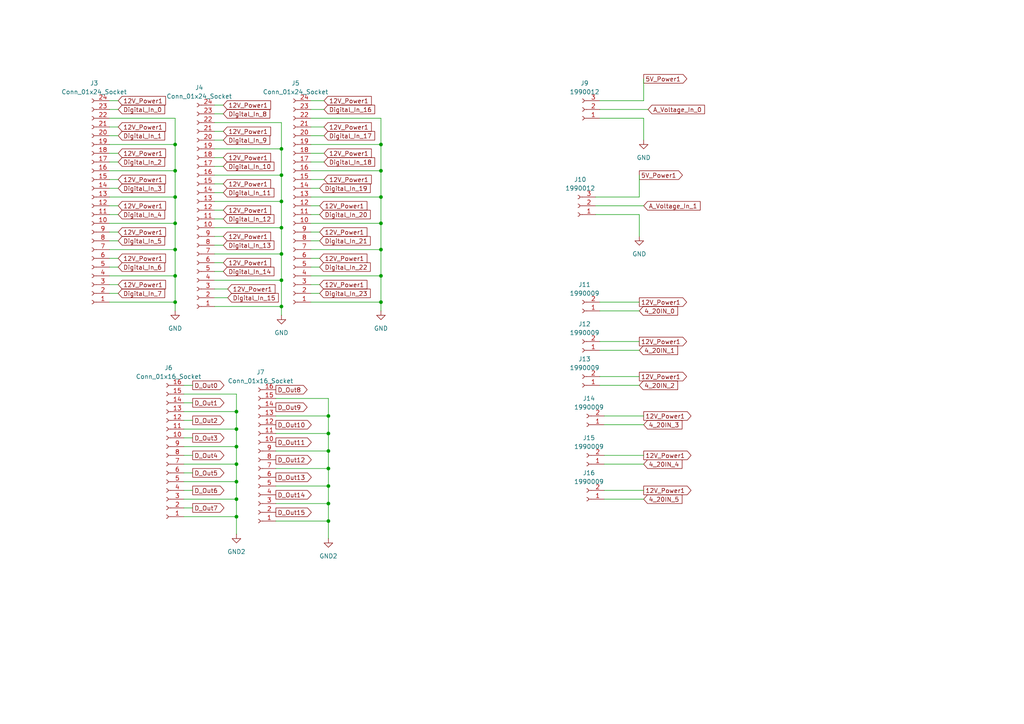
<source format=kicad_sch>
(kicad_sch
	(version 20250114)
	(generator "eeschema")
	(generator_version "9.0")
	(uuid "112280ba-0c52-4bc1-8c5a-8910ec9f416d")
	(paper "A4")
	(lib_symbols
		(symbol "Connector:Conn_01x02_Socket"
			(pin_names
				(offset 1.016)
				(hide yes)
			)
			(exclude_from_sim no)
			(in_bom yes)
			(on_board yes)
			(property "Reference" "J"
				(at 0 2.54 0)
				(effects
					(font
						(size 1.27 1.27)
					)
				)
			)
			(property "Value" "Conn_01x02_Socket"
				(at 0 -5.08 0)
				(effects
					(font
						(size 1.27 1.27)
					)
				)
			)
			(property "Footprint" ""
				(at 0 0 0)
				(effects
					(font
						(size 1.27 1.27)
					)
					(hide yes)
				)
			)
			(property "Datasheet" "~"
				(at 0 0 0)
				(effects
					(font
						(size 1.27 1.27)
					)
					(hide yes)
				)
			)
			(property "Description" "Generic connector, single row, 01x02, script generated"
				(at 0 0 0)
				(effects
					(font
						(size 1.27 1.27)
					)
					(hide yes)
				)
			)
			(property "ki_locked" ""
				(at 0 0 0)
				(effects
					(font
						(size 1.27 1.27)
					)
				)
			)
			(property "ki_keywords" "connector"
				(at 0 0 0)
				(effects
					(font
						(size 1.27 1.27)
					)
					(hide yes)
				)
			)
			(property "ki_fp_filters" "Connector*:*_1x??_*"
				(at 0 0 0)
				(effects
					(font
						(size 1.27 1.27)
					)
					(hide yes)
				)
			)
			(symbol "Conn_01x02_Socket_1_1"
				(polyline
					(pts
						(xy -1.27 0) (xy -0.508 0)
					)
					(stroke
						(width 0.1524)
						(type default)
					)
					(fill
						(type none)
					)
				)
				(polyline
					(pts
						(xy -1.27 -2.54) (xy -0.508 -2.54)
					)
					(stroke
						(width 0.1524)
						(type default)
					)
					(fill
						(type none)
					)
				)
				(arc
					(start 0 -0.508)
					(mid -0.5058 0)
					(end 0 0.508)
					(stroke
						(width 0.1524)
						(type default)
					)
					(fill
						(type none)
					)
				)
				(arc
					(start 0 -3.048)
					(mid -0.5058 -2.54)
					(end 0 -2.032)
					(stroke
						(width 0.1524)
						(type default)
					)
					(fill
						(type none)
					)
				)
				(pin passive line
					(at -5.08 0 0)
					(length 3.81)
					(name "Pin_1"
						(effects
							(font
								(size 1.27 1.27)
							)
						)
					)
					(number "1"
						(effects
							(font
								(size 1.27 1.27)
							)
						)
					)
				)
				(pin passive line
					(at -5.08 -2.54 0)
					(length 3.81)
					(name "Pin_2"
						(effects
							(font
								(size 1.27 1.27)
							)
						)
					)
					(number "2"
						(effects
							(font
								(size 1.27 1.27)
							)
						)
					)
				)
			)
			(embedded_fonts no)
		)
		(symbol "Connector:Conn_01x03_Socket"
			(pin_names
				(offset 1.016)
				(hide yes)
			)
			(exclude_from_sim no)
			(in_bom yes)
			(on_board yes)
			(property "Reference" "J"
				(at 0 5.08 0)
				(effects
					(font
						(size 1.27 1.27)
					)
				)
			)
			(property "Value" "Conn_01x03_Socket"
				(at 0 -5.08 0)
				(effects
					(font
						(size 1.27 1.27)
					)
				)
			)
			(property "Footprint" ""
				(at 0 0 0)
				(effects
					(font
						(size 1.27 1.27)
					)
					(hide yes)
				)
			)
			(property "Datasheet" "~"
				(at 0 0 0)
				(effects
					(font
						(size 1.27 1.27)
					)
					(hide yes)
				)
			)
			(property "Description" "Generic connector, single row, 01x03, script generated"
				(at 0 0 0)
				(effects
					(font
						(size 1.27 1.27)
					)
					(hide yes)
				)
			)
			(property "ki_locked" ""
				(at 0 0 0)
				(effects
					(font
						(size 1.27 1.27)
					)
				)
			)
			(property "ki_keywords" "connector"
				(at 0 0 0)
				(effects
					(font
						(size 1.27 1.27)
					)
					(hide yes)
				)
			)
			(property "ki_fp_filters" "Connector*:*_1x??_*"
				(at 0 0 0)
				(effects
					(font
						(size 1.27 1.27)
					)
					(hide yes)
				)
			)
			(symbol "Conn_01x03_Socket_1_1"
				(polyline
					(pts
						(xy -1.27 2.54) (xy -0.508 2.54)
					)
					(stroke
						(width 0.1524)
						(type default)
					)
					(fill
						(type none)
					)
				)
				(polyline
					(pts
						(xy -1.27 0) (xy -0.508 0)
					)
					(stroke
						(width 0.1524)
						(type default)
					)
					(fill
						(type none)
					)
				)
				(polyline
					(pts
						(xy -1.27 -2.54) (xy -0.508 -2.54)
					)
					(stroke
						(width 0.1524)
						(type default)
					)
					(fill
						(type none)
					)
				)
				(arc
					(start 0 2.032)
					(mid -0.5058 2.54)
					(end 0 3.048)
					(stroke
						(width 0.1524)
						(type default)
					)
					(fill
						(type none)
					)
				)
				(arc
					(start 0 -0.508)
					(mid -0.5058 0)
					(end 0 0.508)
					(stroke
						(width 0.1524)
						(type default)
					)
					(fill
						(type none)
					)
				)
				(arc
					(start 0 -3.048)
					(mid -0.5058 -2.54)
					(end 0 -2.032)
					(stroke
						(width 0.1524)
						(type default)
					)
					(fill
						(type none)
					)
				)
				(pin passive line
					(at -5.08 2.54 0)
					(length 3.81)
					(name "Pin_1"
						(effects
							(font
								(size 1.27 1.27)
							)
						)
					)
					(number "1"
						(effects
							(font
								(size 1.27 1.27)
							)
						)
					)
				)
				(pin passive line
					(at -5.08 0 0)
					(length 3.81)
					(name "Pin_2"
						(effects
							(font
								(size 1.27 1.27)
							)
						)
					)
					(number "2"
						(effects
							(font
								(size 1.27 1.27)
							)
						)
					)
				)
				(pin passive line
					(at -5.08 -2.54 0)
					(length 3.81)
					(name "Pin_3"
						(effects
							(font
								(size 1.27 1.27)
							)
						)
					)
					(number "3"
						(effects
							(font
								(size 1.27 1.27)
							)
						)
					)
				)
			)
			(embedded_fonts no)
		)
		(symbol "Connector:Conn_01x16_Socket"
			(pin_names
				(offset 1.016)
				(hide yes)
			)
			(exclude_from_sim no)
			(in_bom yes)
			(on_board yes)
			(property "Reference" "J"
				(at 0 20.32 0)
				(effects
					(font
						(size 1.27 1.27)
					)
				)
			)
			(property "Value" "Conn_01x16_Socket"
				(at 0 -22.86 0)
				(effects
					(font
						(size 1.27 1.27)
					)
				)
			)
			(property "Footprint" ""
				(at 0 0 0)
				(effects
					(font
						(size 1.27 1.27)
					)
					(hide yes)
				)
			)
			(property "Datasheet" "~"
				(at 0 0 0)
				(effects
					(font
						(size 1.27 1.27)
					)
					(hide yes)
				)
			)
			(property "Description" "Generic connector, single row, 01x16, script generated"
				(at 0 0 0)
				(effects
					(font
						(size 1.27 1.27)
					)
					(hide yes)
				)
			)
			(property "ki_locked" ""
				(at 0 0 0)
				(effects
					(font
						(size 1.27 1.27)
					)
				)
			)
			(property "ki_keywords" "connector"
				(at 0 0 0)
				(effects
					(font
						(size 1.27 1.27)
					)
					(hide yes)
				)
			)
			(property "ki_fp_filters" "Connector*:*_1x??_*"
				(at 0 0 0)
				(effects
					(font
						(size 1.27 1.27)
					)
					(hide yes)
				)
			)
			(symbol "Conn_01x16_Socket_1_1"
				(polyline
					(pts
						(xy -1.27 17.78) (xy -0.508 17.78)
					)
					(stroke
						(width 0.1524)
						(type default)
					)
					(fill
						(type none)
					)
				)
				(polyline
					(pts
						(xy -1.27 15.24) (xy -0.508 15.24)
					)
					(stroke
						(width 0.1524)
						(type default)
					)
					(fill
						(type none)
					)
				)
				(polyline
					(pts
						(xy -1.27 12.7) (xy -0.508 12.7)
					)
					(stroke
						(width 0.1524)
						(type default)
					)
					(fill
						(type none)
					)
				)
				(polyline
					(pts
						(xy -1.27 10.16) (xy -0.508 10.16)
					)
					(stroke
						(width 0.1524)
						(type default)
					)
					(fill
						(type none)
					)
				)
				(polyline
					(pts
						(xy -1.27 7.62) (xy -0.508 7.62)
					)
					(stroke
						(width 0.1524)
						(type default)
					)
					(fill
						(type none)
					)
				)
				(polyline
					(pts
						(xy -1.27 5.08) (xy -0.508 5.08)
					)
					(stroke
						(width 0.1524)
						(type default)
					)
					(fill
						(type none)
					)
				)
				(polyline
					(pts
						(xy -1.27 2.54) (xy -0.508 2.54)
					)
					(stroke
						(width 0.1524)
						(type default)
					)
					(fill
						(type none)
					)
				)
				(polyline
					(pts
						(xy -1.27 0) (xy -0.508 0)
					)
					(stroke
						(width 0.1524)
						(type default)
					)
					(fill
						(type none)
					)
				)
				(polyline
					(pts
						(xy -1.27 -2.54) (xy -0.508 -2.54)
					)
					(stroke
						(width 0.1524)
						(type default)
					)
					(fill
						(type none)
					)
				)
				(polyline
					(pts
						(xy -1.27 -5.08) (xy -0.508 -5.08)
					)
					(stroke
						(width 0.1524)
						(type default)
					)
					(fill
						(type none)
					)
				)
				(polyline
					(pts
						(xy -1.27 -7.62) (xy -0.508 -7.62)
					)
					(stroke
						(width 0.1524)
						(type default)
					)
					(fill
						(type none)
					)
				)
				(polyline
					(pts
						(xy -1.27 -10.16) (xy -0.508 -10.16)
					)
					(stroke
						(width 0.1524)
						(type default)
					)
					(fill
						(type none)
					)
				)
				(polyline
					(pts
						(xy -1.27 -12.7) (xy -0.508 -12.7)
					)
					(stroke
						(width 0.1524)
						(type default)
					)
					(fill
						(type none)
					)
				)
				(polyline
					(pts
						(xy -1.27 -15.24) (xy -0.508 -15.24)
					)
					(stroke
						(width 0.1524)
						(type default)
					)
					(fill
						(type none)
					)
				)
				(polyline
					(pts
						(xy -1.27 -17.78) (xy -0.508 -17.78)
					)
					(stroke
						(width 0.1524)
						(type default)
					)
					(fill
						(type none)
					)
				)
				(polyline
					(pts
						(xy -1.27 -20.32) (xy -0.508 -20.32)
					)
					(stroke
						(width 0.1524)
						(type default)
					)
					(fill
						(type none)
					)
				)
				(arc
					(start 0 17.272)
					(mid -0.5058 17.78)
					(end 0 18.288)
					(stroke
						(width 0.1524)
						(type default)
					)
					(fill
						(type none)
					)
				)
				(arc
					(start 0 14.732)
					(mid -0.5058 15.24)
					(end 0 15.748)
					(stroke
						(width 0.1524)
						(type default)
					)
					(fill
						(type none)
					)
				)
				(arc
					(start 0 12.192)
					(mid -0.5058 12.7)
					(end 0 13.208)
					(stroke
						(width 0.1524)
						(type default)
					)
					(fill
						(type none)
					)
				)
				(arc
					(start 0 9.652)
					(mid -0.5058 10.16)
					(end 0 10.668)
					(stroke
						(width 0.1524)
						(type default)
					)
					(fill
						(type none)
					)
				)
				(arc
					(start 0 7.112)
					(mid -0.5058 7.62)
					(end 0 8.128)
					(stroke
						(width 0.1524)
						(type default)
					)
					(fill
						(type none)
					)
				)
				(arc
					(start 0 4.572)
					(mid -0.5058 5.08)
					(end 0 5.588)
					(stroke
						(width 0.1524)
						(type default)
					)
					(fill
						(type none)
					)
				)
				(arc
					(start 0 2.032)
					(mid -0.5058 2.54)
					(end 0 3.048)
					(stroke
						(width 0.1524)
						(type default)
					)
					(fill
						(type none)
					)
				)
				(arc
					(start 0 -0.508)
					(mid -0.5058 0)
					(end 0 0.508)
					(stroke
						(width 0.1524)
						(type default)
					)
					(fill
						(type none)
					)
				)
				(arc
					(start 0 -3.048)
					(mid -0.5058 -2.54)
					(end 0 -2.032)
					(stroke
						(width 0.1524)
						(type default)
					)
					(fill
						(type none)
					)
				)
				(arc
					(start 0 -5.588)
					(mid -0.5058 -5.08)
					(end 0 -4.572)
					(stroke
						(width 0.1524)
						(type default)
					)
					(fill
						(type none)
					)
				)
				(arc
					(start 0 -8.128)
					(mid -0.5058 -7.62)
					(end 0 -7.112)
					(stroke
						(width 0.1524)
						(type default)
					)
					(fill
						(type none)
					)
				)
				(arc
					(start 0 -10.668)
					(mid -0.5058 -10.16)
					(end 0 -9.652)
					(stroke
						(width 0.1524)
						(type default)
					)
					(fill
						(type none)
					)
				)
				(arc
					(start 0 -13.208)
					(mid -0.5058 -12.7)
					(end 0 -12.192)
					(stroke
						(width 0.1524)
						(type default)
					)
					(fill
						(type none)
					)
				)
				(arc
					(start 0 -15.748)
					(mid -0.5058 -15.24)
					(end 0 -14.732)
					(stroke
						(width 0.1524)
						(type default)
					)
					(fill
						(type none)
					)
				)
				(arc
					(start 0 -18.288)
					(mid -0.5058 -17.78)
					(end 0 -17.272)
					(stroke
						(width 0.1524)
						(type default)
					)
					(fill
						(type none)
					)
				)
				(arc
					(start 0 -20.828)
					(mid -0.5058 -20.32)
					(end 0 -19.812)
					(stroke
						(width 0.1524)
						(type default)
					)
					(fill
						(type none)
					)
				)
				(pin passive line
					(at -5.08 17.78 0)
					(length 3.81)
					(name "Pin_1"
						(effects
							(font
								(size 1.27 1.27)
							)
						)
					)
					(number "1"
						(effects
							(font
								(size 1.27 1.27)
							)
						)
					)
				)
				(pin passive line
					(at -5.08 15.24 0)
					(length 3.81)
					(name "Pin_2"
						(effects
							(font
								(size 1.27 1.27)
							)
						)
					)
					(number "2"
						(effects
							(font
								(size 1.27 1.27)
							)
						)
					)
				)
				(pin passive line
					(at -5.08 12.7 0)
					(length 3.81)
					(name "Pin_3"
						(effects
							(font
								(size 1.27 1.27)
							)
						)
					)
					(number "3"
						(effects
							(font
								(size 1.27 1.27)
							)
						)
					)
				)
				(pin passive line
					(at -5.08 10.16 0)
					(length 3.81)
					(name "Pin_4"
						(effects
							(font
								(size 1.27 1.27)
							)
						)
					)
					(number "4"
						(effects
							(font
								(size 1.27 1.27)
							)
						)
					)
				)
				(pin passive line
					(at -5.08 7.62 0)
					(length 3.81)
					(name "Pin_5"
						(effects
							(font
								(size 1.27 1.27)
							)
						)
					)
					(number "5"
						(effects
							(font
								(size 1.27 1.27)
							)
						)
					)
				)
				(pin passive line
					(at -5.08 5.08 0)
					(length 3.81)
					(name "Pin_6"
						(effects
							(font
								(size 1.27 1.27)
							)
						)
					)
					(number "6"
						(effects
							(font
								(size 1.27 1.27)
							)
						)
					)
				)
				(pin passive line
					(at -5.08 2.54 0)
					(length 3.81)
					(name "Pin_7"
						(effects
							(font
								(size 1.27 1.27)
							)
						)
					)
					(number "7"
						(effects
							(font
								(size 1.27 1.27)
							)
						)
					)
				)
				(pin passive line
					(at -5.08 0 0)
					(length 3.81)
					(name "Pin_8"
						(effects
							(font
								(size 1.27 1.27)
							)
						)
					)
					(number "8"
						(effects
							(font
								(size 1.27 1.27)
							)
						)
					)
				)
				(pin passive line
					(at -5.08 -2.54 0)
					(length 3.81)
					(name "Pin_9"
						(effects
							(font
								(size 1.27 1.27)
							)
						)
					)
					(number "9"
						(effects
							(font
								(size 1.27 1.27)
							)
						)
					)
				)
				(pin passive line
					(at -5.08 -5.08 0)
					(length 3.81)
					(name "Pin_10"
						(effects
							(font
								(size 1.27 1.27)
							)
						)
					)
					(number "10"
						(effects
							(font
								(size 1.27 1.27)
							)
						)
					)
				)
				(pin passive line
					(at -5.08 -7.62 0)
					(length 3.81)
					(name "Pin_11"
						(effects
							(font
								(size 1.27 1.27)
							)
						)
					)
					(number "11"
						(effects
							(font
								(size 1.27 1.27)
							)
						)
					)
				)
				(pin passive line
					(at -5.08 -10.16 0)
					(length 3.81)
					(name "Pin_12"
						(effects
							(font
								(size 1.27 1.27)
							)
						)
					)
					(number "12"
						(effects
							(font
								(size 1.27 1.27)
							)
						)
					)
				)
				(pin passive line
					(at -5.08 -12.7 0)
					(length 3.81)
					(name "Pin_13"
						(effects
							(font
								(size 1.27 1.27)
							)
						)
					)
					(number "13"
						(effects
							(font
								(size 1.27 1.27)
							)
						)
					)
				)
				(pin passive line
					(at -5.08 -15.24 0)
					(length 3.81)
					(name "Pin_14"
						(effects
							(font
								(size 1.27 1.27)
							)
						)
					)
					(number "14"
						(effects
							(font
								(size 1.27 1.27)
							)
						)
					)
				)
				(pin passive line
					(at -5.08 -17.78 0)
					(length 3.81)
					(name "Pin_15"
						(effects
							(font
								(size 1.27 1.27)
							)
						)
					)
					(number "15"
						(effects
							(font
								(size 1.27 1.27)
							)
						)
					)
				)
				(pin passive line
					(at -5.08 -20.32 0)
					(length 3.81)
					(name "Pin_16"
						(effects
							(font
								(size 1.27 1.27)
							)
						)
					)
					(number "16"
						(effects
							(font
								(size 1.27 1.27)
							)
						)
					)
				)
			)
			(embedded_fonts no)
		)
		(symbol "Connector:Conn_01x24_Socket"
			(pin_names
				(offset 1.016)
				(hide yes)
			)
			(exclude_from_sim no)
			(in_bom yes)
			(on_board yes)
			(property "Reference" "J"
				(at 0 30.48 0)
				(effects
					(font
						(size 1.27 1.27)
					)
				)
			)
			(property "Value" "Conn_01x24_Socket"
				(at 0 -33.02 0)
				(effects
					(font
						(size 1.27 1.27)
					)
				)
			)
			(property "Footprint" ""
				(at 0 0 0)
				(effects
					(font
						(size 1.27 1.27)
					)
					(hide yes)
				)
			)
			(property "Datasheet" "~"
				(at 0 0 0)
				(effects
					(font
						(size 1.27 1.27)
					)
					(hide yes)
				)
			)
			(property "Description" "Generic connector, single row, 01x24, script generated"
				(at 0 0 0)
				(effects
					(font
						(size 1.27 1.27)
					)
					(hide yes)
				)
			)
			(property "ki_locked" ""
				(at 0 0 0)
				(effects
					(font
						(size 1.27 1.27)
					)
				)
			)
			(property "ki_keywords" "connector"
				(at 0 0 0)
				(effects
					(font
						(size 1.27 1.27)
					)
					(hide yes)
				)
			)
			(property "ki_fp_filters" "Connector*:*_1x??_*"
				(at 0 0 0)
				(effects
					(font
						(size 1.27 1.27)
					)
					(hide yes)
				)
			)
			(symbol "Conn_01x24_Socket_1_1"
				(polyline
					(pts
						(xy -1.27 27.94) (xy -0.508 27.94)
					)
					(stroke
						(width 0.1524)
						(type default)
					)
					(fill
						(type none)
					)
				)
				(polyline
					(pts
						(xy -1.27 25.4) (xy -0.508 25.4)
					)
					(stroke
						(width 0.1524)
						(type default)
					)
					(fill
						(type none)
					)
				)
				(polyline
					(pts
						(xy -1.27 22.86) (xy -0.508 22.86)
					)
					(stroke
						(width 0.1524)
						(type default)
					)
					(fill
						(type none)
					)
				)
				(polyline
					(pts
						(xy -1.27 20.32) (xy -0.508 20.32)
					)
					(stroke
						(width 0.1524)
						(type default)
					)
					(fill
						(type none)
					)
				)
				(polyline
					(pts
						(xy -1.27 17.78) (xy -0.508 17.78)
					)
					(stroke
						(width 0.1524)
						(type default)
					)
					(fill
						(type none)
					)
				)
				(polyline
					(pts
						(xy -1.27 15.24) (xy -0.508 15.24)
					)
					(stroke
						(width 0.1524)
						(type default)
					)
					(fill
						(type none)
					)
				)
				(polyline
					(pts
						(xy -1.27 12.7) (xy -0.508 12.7)
					)
					(stroke
						(width 0.1524)
						(type default)
					)
					(fill
						(type none)
					)
				)
				(polyline
					(pts
						(xy -1.27 10.16) (xy -0.508 10.16)
					)
					(stroke
						(width 0.1524)
						(type default)
					)
					(fill
						(type none)
					)
				)
				(polyline
					(pts
						(xy -1.27 7.62) (xy -0.508 7.62)
					)
					(stroke
						(width 0.1524)
						(type default)
					)
					(fill
						(type none)
					)
				)
				(polyline
					(pts
						(xy -1.27 5.08) (xy -0.508 5.08)
					)
					(stroke
						(width 0.1524)
						(type default)
					)
					(fill
						(type none)
					)
				)
				(polyline
					(pts
						(xy -1.27 2.54) (xy -0.508 2.54)
					)
					(stroke
						(width 0.1524)
						(type default)
					)
					(fill
						(type none)
					)
				)
				(polyline
					(pts
						(xy -1.27 0) (xy -0.508 0)
					)
					(stroke
						(width 0.1524)
						(type default)
					)
					(fill
						(type none)
					)
				)
				(polyline
					(pts
						(xy -1.27 -2.54) (xy -0.508 -2.54)
					)
					(stroke
						(width 0.1524)
						(type default)
					)
					(fill
						(type none)
					)
				)
				(polyline
					(pts
						(xy -1.27 -5.08) (xy -0.508 -5.08)
					)
					(stroke
						(width 0.1524)
						(type default)
					)
					(fill
						(type none)
					)
				)
				(polyline
					(pts
						(xy -1.27 -7.62) (xy -0.508 -7.62)
					)
					(stroke
						(width 0.1524)
						(type default)
					)
					(fill
						(type none)
					)
				)
				(polyline
					(pts
						(xy -1.27 -10.16) (xy -0.508 -10.16)
					)
					(stroke
						(width 0.1524)
						(type default)
					)
					(fill
						(type none)
					)
				)
				(polyline
					(pts
						(xy -1.27 -12.7) (xy -0.508 -12.7)
					)
					(stroke
						(width 0.1524)
						(type default)
					)
					(fill
						(type none)
					)
				)
				(polyline
					(pts
						(xy -1.27 -15.24) (xy -0.508 -15.24)
					)
					(stroke
						(width 0.1524)
						(type default)
					)
					(fill
						(type none)
					)
				)
				(polyline
					(pts
						(xy -1.27 -17.78) (xy -0.508 -17.78)
					)
					(stroke
						(width 0.1524)
						(type default)
					)
					(fill
						(type none)
					)
				)
				(polyline
					(pts
						(xy -1.27 -20.32) (xy -0.508 -20.32)
					)
					(stroke
						(width 0.1524)
						(type default)
					)
					(fill
						(type none)
					)
				)
				(polyline
					(pts
						(xy -1.27 -22.86) (xy -0.508 -22.86)
					)
					(stroke
						(width 0.1524)
						(type default)
					)
					(fill
						(type none)
					)
				)
				(polyline
					(pts
						(xy -1.27 -25.4) (xy -0.508 -25.4)
					)
					(stroke
						(width 0.1524)
						(type default)
					)
					(fill
						(type none)
					)
				)
				(polyline
					(pts
						(xy -1.27 -27.94) (xy -0.508 -27.94)
					)
					(stroke
						(width 0.1524)
						(type default)
					)
					(fill
						(type none)
					)
				)
				(polyline
					(pts
						(xy -1.27 -30.48) (xy -0.508 -30.48)
					)
					(stroke
						(width 0.1524)
						(type default)
					)
					(fill
						(type none)
					)
				)
				(arc
					(start 0 27.432)
					(mid -0.5058 27.94)
					(end 0 28.448)
					(stroke
						(width 0.1524)
						(type default)
					)
					(fill
						(type none)
					)
				)
				(arc
					(start 0 24.892)
					(mid -0.5058 25.4)
					(end 0 25.908)
					(stroke
						(width 0.1524)
						(type default)
					)
					(fill
						(type none)
					)
				)
				(arc
					(start 0 22.352)
					(mid -0.5058 22.86)
					(end 0 23.368)
					(stroke
						(width 0.1524)
						(type default)
					)
					(fill
						(type none)
					)
				)
				(arc
					(start 0 19.812)
					(mid -0.5058 20.32)
					(end 0 20.828)
					(stroke
						(width 0.1524)
						(type default)
					)
					(fill
						(type none)
					)
				)
				(arc
					(start 0 17.272)
					(mid -0.5058 17.78)
					(end 0 18.288)
					(stroke
						(width 0.1524)
						(type default)
					)
					(fill
						(type none)
					)
				)
				(arc
					(start 0 14.732)
					(mid -0.5058 15.24)
					(end 0 15.748)
					(stroke
						(width 0.1524)
						(type default)
					)
					(fill
						(type none)
					)
				)
				(arc
					(start 0 12.192)
					(mid -0.5058 12.7)
					(end 0 13.208)
					(stroke
						(width 0.1524)
						(type default)
					)
					(fill
						(type none)
					)
				)
				(arc
					(start 0 9.652)
					(mid -0.5058 10.16)
					(end 0 10.668)
					(stroke
						(width 0.1524)
						(type default)
					)
					(fill
						(type none)
					)
				)
				(arc
					(start 0 7.112)
					(mid -0.5058 7.62)
					(end 0 8.128)
					(stroke
						(width 0.1524)
						(type default)
					)
					(fill
						(type none)
					)
				)
				(arc
					(start 0 4.572)
					(mid -0.5058 5.08)
					(end 0 5.588)
					(stroke
						(width 0.1524)
						(type default)
					)
					(fill
						(type none)
					)
				)
				(arc
					(start 0 2.032)
					(mid -0.5058 2.54)
					(end 0 3.048)
					(stroke
						(width 0.1524)
						(type default)
					)
					(fill
						(type none)
					)
				)
				(arc
					(start 0 -0.508)
					(mid -0.5058 0)
					(end 0 0.508)
					(stroke
						(width 0.1524)
						(type default)
					)
					(fill
						(type none)
					)
				)
				(arc
					(start 0 -3.048)
					(mid -0.5058 -2.54)
					(end 0 -2.032)
					(stroke
						(width 0.1524)
						(type default)
					)
					(fill
						(type none)
					)
				)
				(arc
					(start 0 -5.588)
					(mid -0.5058 -5.08)
					(end 0 -4.572)
					(stroke
						(width 0.1524)
						(type default)
					)
					(fill
						(type none)
					)
				)
				(arc
					(start 0 -8.128)
					(mid -0.5058 -7.62)
					(end 0 -7.112)
					(stroke
						(width 0.1524)
						(type default)
					)
					(fill
						(type none)
					)
				)
				(arc
					(start 0 -10.668)
					(mid -0.5058 -10.16)
					(end 0 -9.652)
					(stroke
						(width 0.1524)
						(type default)
					)
					(fill
						(type none)
					)
				)
				(arc
					(start 0 -13.208)
					(mid -0.5058 -12.7)
					(end 0 -12.192)
					(stroke
						(width 0.1524)
						(type default)
					)
					(fill
						(type none)
					)
				)
				(arc
					(start 0 -15.748)
					(mid -0.5058 -15.24)
					(end 0 -14.732)
					(stroke
						(width 0.1524)
						(type default)
					)
					(fill
						(type none)
					)
				)
				(arc
					(start 0 -18.288)
					(mid -0.5058 -17.78)
					(end 0 -17.272)
					(stroke
						(width 0.1524)
						(type default)
					)
					(fill
						(type none)
					)
				)
				(arc
					(start 0 -20.828)
					(mid -0.5058 -20.32)
					(end 0 -19.812)
					(stroke
						(width 0.1524)
						(type default)
					)
					(fill
						(type none)
					)
				)
				(arc
					(start 0 -23.368)
					(mid -0.5058 -22.86)
					(end 0 -22.352)
					(stroke
						(width 0.1524)
						(type default)
					)
					(fill
						(type none)
					)
				)
				(arc
					(start 0 -25.908)
					(mid -0.5058 -25.4)
					(end 0 -24.892)
					(stroke
						(width 0.1524)
						(type default)
					)
					(fill
						(type none)
					)
				)
				(arc
					(start 0 -28.448)
					(mid -0.5058 -27.94)
					(end 0 -27.432)
					(stroke
						(width 0.1524)
						(type default)
					)
					(fill
						(type none)
					)
				)
				(arc
					(start 0 -30.988)
					(mid -0.5058 -30.48)
					(end 0 -29.972)
					(stroke
						(width 0.1524)
						(type default)
					)
					(fill
						(type none)
					)
				)
				(pin passive line
					(at -5.08 27.94 0)
					(length 3.81)
					(name "Pin_1"
						(effects
							(font
								(size 1.27 1.27)
							)
						)
					)
					(number "1"
						(effects
							(font
								(size 1.27 1.27)
							)
						)
					)
				)
				(pin passive line
					(at -5.08 25.4 0)
					(length 3.81)
					(name "Pin_2"
						(effects
							(font
								(size 1.27 1.27)
							)
						)
					)
					(number "2"
						(effects
							(font
								(size 1.27 1.27)
							)
						)
					)
				)
				(pin passive line
					(at -5.08 22.86 0)
					(length 3.81)
					(name "Pin_3"
						(effects
							(font
								(size 1.27 1.27)
							)
						)
					)
					(number "3"
						(effects
							(font
								(size 1.27 1.27)
							)
						)
					)
				)
				(pin passive line
					(at -5.08 20.32 0)
					(length 3.81)
					(name "Pin_4"
						(effects
							(font
								(size 1.27 1.27)
							)
						)
					)
					(number "4"
						(effects
							(font
								(size 1.27 1.27)
							)
						)
					)
				)
				(pin passive line
					(at -5.08 17.78 0)
					(length 3.81)
					(name "Pin_5"
						(effects
							(font
								(size 1.27 1.27)
							)
						)
					)
					(number "5"
						(effects
							(font
								(size 1.27 1.27)
							)
						)
					)
				)
				(pin passive line
					(at -5.08 15.24 0)
					(length 3.81)
					(name "Pin_6"
						(effects
							(font
								(size 1.27 1.27)
							)
						)
					)
					(number "6"
						(effects
							(font
								(size 1.27 1.27)
							)
						)
					)
				)
				(pin passive line
					(at -5.08 12.7 0)
					(length 3.81)
					(name "Pin_7"
						(effects
							(font
								(size 1.27 1.27)
							)
						)
					)
					(number "7"
						(effects
							(font
								(size 1.27 1.27)
							)
						)
					)
				)
				(pin passive line
					(at -5.08 10.16 0)
					(length 3.81)
					(name "Pin_8"
						(effects
							(font
								(size 1.27 1.27)
							)
						)
					)
					(number "8"
						(effects
							(font
								(size 1.27 1.27)
							)
						)
					)
				)
				(pin passive line
					(at -5.08 7.62 0)
					(length 3.81)
					(name "Pin_9"
						(effects
							(font
								(size 1.27 1.27)
							)
						)
					)
					(number "9"
						(effects
							(font
								(size 1.27 1.27)
							)
						)
					)
				)
				(pin passive line
					(at -5.08 5.08 0)
					(length 3.81)
					(name "Pin_10"
						(effects
							(font
								(size 1.27 1.27)
							)
						)
					)
					(number "10"
						(effects
							(font
								(size 1.27 1.27)
							)
						)
					)
				)
				(pin passive line
					(at -5.08 2.54 0)
					(length 3.81)
					(name "Pin_11"
						(effects
							(font
								(size 1.27 1.27)
							)
						)
					)
					(number "11"
						(effects
							(font
								(size 1.27 1.27)
							)
						)
					)
				)
				(pin passive line
					(at -5.08 0 0)
					(length 3.81)
					(name "Pin_12"
						(effects
							(font
								(size 1.27 1.27)
							)
						)
					)
					(number "12"
						(effects
							(font
								(size 1.27 1.27)
							)
						)
					)
				)
				(pin passive line
					(at -5.08 -2.54 0)
					(length 3.81)
					(name "Pin_13"
						(effects
							(font
								(size 1.27 1.27)
							)
						)
					)
					(number "13"
						(effects
							(font
								(size 1.27 1.27)
							)
						)
					)
				)
				(pin passive line
					(at -5.08 -5.08 0)
					(length 3.81)
					(name "Pin_14"
						(effects
							(font
								(size 1.27 1.27)
							)
						)
					)
					(number "14"
						(effects
							(font
								(size 1.27 1.27)
							)
						)
					)
				)
				(pin passive line
					(at -5.08 -7.62 0)
					(length 3.81)
					(name "Pin_15"
						(effects
							(font
								(size 1.27 1.27)
							)
						)
					)
					(number "15"
						(effects
							(font
								(size 1.27 1.27)
							)
						)
					)
				)
				(pin passive line
					(at -5.08 -10.16 0)
					(length 3.81)
					(name "Pin_16"
						(effects
							(font
								(size 1.27 1.27)
							)
						)
					)
					(number "16"
						(effects
							(font
								(size 1.27 1.27)
							)
						)
					)
				)
				(pin passive line
					(at -5.08 -12.7 0)
					(length 3.81)
					(name "Pin_17"
						(effects
							(font
								(size 1.27 1.27)
							)
						)
					)
					(number "17"
						(effects
							(font
								(size 1.27 1.27)
							)
						)
					)
				)
				(pin passive line
					(at -5.08 -15.24 0)
					(length 3.81)
					(name "Pin_18"
						(effects
							(font
								(size 1.27 1.27)
							)
						)
					)
					(number "18"
						(effects
							(font
								(size 1.27 1.27)
							)
						)
					)
				)
				(pin passive line
					(at -5.08 -17.78 0)
					(length 3.81)
					(name "Pin_19"
						(effects
							(font
								(size 1.27 1.27)
							)
						)
					)
					(number "19"
						(effects
							(font
								(size 1.27 1.27)
							)
						)
					)
				)
				(pin passive line
					(at -5.08 -20.32 0)
					(length 3.81)
					(name "Pin_20"
						(effects
							(font
								(size 1.27 1.27)
							)
						)
					)
					(number "20"
						(effects
							(font
								(size 1.27 1.27)
							)
						)
					)
				)
				(pin passive line
					(at -5.08 -22.86 0)
					(length 3.81)
					(name "Pin_21"
						(effects
							(font
								(size 1.27 1.27)
							)
						)
					)
					(number "21"
						(effects
							(font
								(size 1.27 1.27)
							)
						)
					)
				)
				(pin passive line
					(at -5.08 -25.4 0)
					(length 3.81)
					(name "Pin_22"
						(effects
							(font
								(size 1.27 1.27)
							)
						)
					)
					(number "22"
						(effects
							(font
								(size 1.27 1.27)
							)
						)
					)
				)
				(pin passive line
					(at -5.08 -27.94 0)
					(length 3.81)
					(name "Pin_23"
						(effects
							(font
								(size 1.27 1.27)
							)
						)
					)
					(number "23"
						(effects
							(font
								(size 1.27 1.27)
							)
						)
					)
				)
				(pin passive line
					(at -5.08 -30.48 0)
					(length 3.81)
					(name "Pin_24"
						(effects
							(font
								(size 1.27 1.27)
							)
						)
					)
					(number "24"
						(effects
							(font
								(size 1.27 1.27)
							)
						)
					)
				)
			)
			(embedded_fonts no)
		)
		(symbol "power:GND"
			(power)
			(pin_numbers
				(hide yes)
			)
			(pin_names
				(offset 0)
				(hide yes)
			)
			(exclude_from_sim no)
			(in_bom yes)
			(on_board yes)
			(property "Reference" "#PWR"
				(at 0 -6.35 0)
				(effects
					(font
						(size 1.27 1.27)
					)
					(hide yes)
				)
			)
			(property "Value" "GND"
				(at 0 -3.81 0)
				(effects
					(font
						(size 1.27 1.27)
					)
				)
			)
			(property "Footprint" ""
				(at 0 0 0)
				(effects
					(font
						(size 1.27 1.27)
					)
					(hide yes)
				)
			)
			(property "Datasheet" ""
				(at 0 0 0)
				(effects
					(font
						(size 1.27 1.27)
					)
					(hide yes)
				)
			)
			(property "Description" "Power symbol creates a global label with name \"GND\" , ground"
				(at 0 0 0)
				(effects
					(font
						(size 1.27 1.27)
					)
					(hide yes)
				)
			)
			(property "ki_keywords" "global power"
				(at 0 0 0)
				(effects
					(font
						(size 1.27 1.27)
					)
					(hide yes)
				)
			)
			(symbol "GND_0_1"
				(polyline
					(pts
						(xy 0 0) (xy 0 -1.27) (xy 1.27 -1.27) (xy 0 -2.54) (xy -1.27 -1.27) (xy 0 -1.27)
					)
					(stroke
						(width 0)
						(type default)
					)
					(fill
						(type none)
					)
				)
			)
			(symbol "GND_1_1"
				(pin power_in line
					(at 0 0 270)
					(length 0)
					(name "~"
						(effects
							(font
								(size 1.27 1.27)
							)
						)
					)
					(number "1"
						(effects
							(font
								(size 1.27 1.27)
							)
						)
					)
				)
			)
			(embedded_fonts no)
		)
		(symbol "power:GND2"
			(power)
			(pin_numbers
				(hide yes)
			)
			(pin_names
				(offset 0)
				(hide yes)
			)
			(exclude_from_sim no)
			(in_bom yes)
			(on_board yes)
			(property "Reference" "#PWR"
				(at 0 -6.35 0)
				(effects
					(font
						(size 1.27 1.27)
					)
					(hide yes)
				)
			)
			(property "Value" "GND2"
				(at 0 -3.81 0)
				(effects
					(font
						(size 1.27 1.27)
					)
				)
			)
			(property "Footprint" ""
				(at 0 0 0)
				(effects
					(font
						(size 1.27 1.27)
					)
					(hide yes)
				)
			)
			(property "Datasheet" ""
				(at 0 0 0)
				(effects
					(font
						(size 1.27 1.27)
					)
					(hide yes)
				)
			)
			(property "Description" "Power symbol creates a global label with name \"GND2\" , ground"
				(at 0 0 0)
				(effects
					(font
						(size 1.27 1.27)
					)
					(hide yes)
				)
			)
			(property "ki_keywords" "global power"
				(at 0 0 0)
				(effects
					(font
						(size 1.27 1.27)
					)
					(hide yes)
				)
			)
			(symbol "GND2_0_1"
				(polyline
					(pts
						(xy 0 0) (xy 0 -1.27) (xy 1.27 -1.27) (xy 0 -2.54) (xy -1.27 -1.27) (xy 0 -1.27)
					)
					(stroke
						(width 0)
						(type default)
					)
					(fill
						(type none)
					)
				)
			)
			(symbol "GND2_1_1"
				(pin power_in line
					(at 0 0 270)
					(length 0)
					(name "~"
						(effects
							(font
								(size 1.27 1.27)
							)
						)
					)
					(number "1"
						(effects
							(font
								(size 1.27 1.27)
							)
						)
					)
				)
			)
			(embedded_fonts no)
		)
	)
	(junction
		(at 81.6294 43.18)
		(diameter 0)
		(color 0 0 0 0)
		(uuid "0c34a3f1-e5e0-4405-8190-7adbcaae6f95")
	)
	(junction
		(at 50.8 64.77)
		(diameter 0)
		(color 0 0 0 0)
		(uuid "0f72a713-66c7-4a29-95e6-0e1fabd9777f")
	)
	(junction
		(at 95.25 151.13)
		(diameter 0)
		(color 0 0 0 0)
		(uuid "14f3c33b-fb49-48f5-a2a2-99470a1cee36")
	)
	(junction
		(at 68.58 139.7)
		(diameter 0)
		(color 0 0 0 0)
		(uuid "2d01242c-abbb-41be-a477-9b41c98f7346")
	)
	(junction
		(at 50.8 72.39)
		(diameter 0)
		(color 0 0 0 0)
		(uuid "3aa0c240-18b9-47b7-8c63-a1497def754d")
	)
	(junction
		(at 110.49 49.53)
		(diameter 0)
		(color 0 0 0 0)
		(uuid "3f40b7db-cde4-4bb9-9f4d-83088b5a108d")
	)
	(junction
		(at 81.6294 50.8)
		(diameter 0)
		(color 0 0 0 0)
		(uuid "3f419c97-cb74-40a3-94d3-f61112eefd34")
	)
	(junction
		(at 110.49 72.39)
		(diameter 0)
		(color 0 0 0 0)
		(uuid "40ea3293-e80e-422d-901a-9953fff059d4")
	)
	(junction
		(at 68.58 124.46)
		(diameter 0)
		(color 0 0 0 0)
		(uuid "474229a6-0a67-448a-9c58-d8e58badef38")
	)
	(junction
		(at 110.49 87.63)
		(diameter 0)
		(color 0 0 0 0)
		(uuid "4cabeae4-a16e-490b-b822-c440a87a8ab0")
	)
	(junction
		(at 95.25 146.05)
		(diameter 0)
		(color 0 0 0 0)
		(uuid "580b59b7-13aa-409f-abc2-6a1c03af4fd4")
	)
	(junction
		(at 68.58 144.78)
		(diameter 0)
		(color 0 0 0 0)
		(uuid "68cc2e3e-0306-4f2f-b228-f36b7435df71")
	)
	(junction
		(at 110.49 80.01)
		(diameter 0)
		(color 0 0 0 0)
		(uuid "6e345591-797d-4ea8-a938-d5be1c47baec")
	)
	(junction
		(at 81.6294 81.28)
		(diameter 0)
		(color 0 0 0 0)
		(uuid "7a1e5279-57db-4805-a6ff-f0bae93d5150")
	)
	(junction
		(at 95.25 130.81)
		(diameter 0)
		(color 0 0 0 0)
		(uuid "8361fa5a-4957-4ab6-ba29-a5aa23f7f078")
	)
	(junction
		(at 50.8 57.15)
		(diameter 0)
		(color 0 0 0 0)
		(uuid "84a9c5b8-0a36-4420-9ad2-a8ecfa3cb142")
	)
	(junction
		(at 68.58 119.38)
		(diameter 0)
		(color 0 0 0 0)
		(uuid "850eed96-aa21-4b6a-a9fd-66702d23617d")
	)
	(junction
		(at 95.25 135.89)
		(diameter 0)
		(color 0 0 0 0)
		(uuid "8ddee7b8-be17-4f89-a8a2-778d5a49cfd5")
	)
	(junction
		(at 68.58 129.54)
		(diameter 0)
		(color 0 0 0 0)
		(uuid "90608208-1a01-42a2-8e27-848e5808f8fd")
	)
	(junction
		(at 50.8 87.63)
		(diameter 0)
		(color 0 0 0 0)
		(uuid "965a06ff-1d6c-4d36-bd1c-b0a41e45ab4b")
	)
	(junction
		(at 110.49 41.91)
		(diameter 0)
		(color 0 0 0 0)
		(uuid "9a918a6b-1d16-4851-ac2d-0d040e30d19d")
	)
	(junction
		(at 110.49 64.77)
		(diameter 0)
		(color 0 0 0 0)
		(uuid "a7f2816c-11a3-467d-8228-a77bebe3a02d")
	)
	(junction
		(at 110.49 57.15)
		(diameter 0)
		(color 0 0 0 0)
		(uuid "b01ccd27-ddfb-48f0-878e-f169a1376a80")
	)
	(junction
		(at 50.8 49.53)
		(diameter 0)
		(color 0 0 0 0)
		(uuid "bc3b8c47-8d7d-4f5d-87c5-9aa28d347e7d")
	)
	(junction
		(at 95.25 125.73)
		(diameter 0)
		(color 0 0 0 0)
		(uuid "bd2a733b-1017-4c32-8bac-a8ec6f2138c5")
	)
	(junction
		(at 81.6294 66.04)
		(diameter 0)
		(color 0 0 0 0)
		(uuid "c222bc88-0306-4caf-87fb-3b0e7730d2db")
	)
	(junction
		(at 50.8 41.91)
		(diameter 0)
		(color 0 0 0 0)
		(uuid "c25e6d57-89fe-4ab0-b165-b1386d76ec64")
	)
	(junction
		(at 81.6294 58.42)
		(diameter 0)
		(color 0 0 0 0)
		(uuid "c562f386-f89b-4211-bf76-ba5698c37ce6")
	)
	(junction
		(at 68.58 149.86)
		(diameter 0)
		(color 0 0 0 0)
		(uuid "dc8be4db-fc94-4eda-a596-e888666178a2")
	)
	(junction
		(at 81.6294 88.9)
		(diameter 0)
		(color 0 0 0 0)
		(uuid "dff6cd2c-0ed6-4044-9d1f-48fb65078612")
	)
	(junction
		(at 95.25 140.97)
		(diameter 0)
		(color 0 0 0 0)
		(uuid "e0dca4ea-cb57-4423-bf1a-ae07afd502d3")
	)
	(junction
		(at 81.6294 73.66)
		(diameter 0)
		(color 0 0 0 0)
		(uuid "e18bcb02-46ab-4079-9325-c25aca998313")
	)
	(junction
		(at 68.58 134.62)
		(diameter 0)
		(color 0 0 0 0)
		(uuid "f2c9f108-e202-48f4-9f3a-244c882f1dd6")
	)
	(junction
		(at 50.8 80.01)
		(diameter 0)
		(color 0 0 0 0)
		(uuid "fa1b37ed-f2df-40b8-a4d9-b07b1867daf1")
	)
	(junction
		(at 95.25 120.65)
		(diameter 0)
		(color 0 0 0 0)
		(uuid "ff62fca7-7f26-4d33-8ec6-25b8424517f8")
	)
	(wire
		(pts
			(xy 110.49 41.91) (xy 110.49 49.53)
		)
		(stroke
			(width 0)
			(type default)
		)
		(uuid "00d3eb2c-4924-4ad1-bdd7-86295ecaffcd")
	)
	(wire
		(pts
			(xy 80.01 140.97) (xy 95.25 140.97)
		)
		(stroke
			(width 0)
			(type default)
		)
		(uuid "01be7651-c289-4ba5-8ada-5672746014ac")
	)
	(wire
		(pts
			(xy 95.25 135.89) (xy 95.25 140.97)
		)
		(stroke
			(width 0)
			(type default)
		)
		(uuid "03fc881d-8db6-4ee0-8f10-1949c08bd09e")
	)
	(wire
		(pts
			(xy 92.71 77.47) (xy 90.17 77.47)
		)
		(stroke
			(width 0)
			(type default)
		)
		(uuid "05af9f40-d2f1-456b-9bb4-8224db054868")
	)
	(wire
		(pts
			(xy 53.34 142.24) (xy 55.88 142.24)
		)
		(stroke
			(width 0)
			(type default)
		)
		(uuid "0625e0c3-9845-4dab-94f6-e34ba2faa4d8")
	)
	(wire
		(pts
			(xy 172.72 59.69) (xy 186.69 59.69)
		)
		(stroke
			(width 0)
			(type default)
		)
		(uuid "08eb6489-ee08-4ae1-83b7-1df1542704fd")
	)
	(wire
		(pts
			(xy 53.34 121.92) (xy 55.88 121.92)
		)
		(stroke
			(width 0)
			(type default)
		)
		(uuid "0e02d46c-84c6-4094-a372-ed33cae8e642")
	)
	(wire
		(pts
			(xy 110.49 57.15) (xy 110.49 64.77)
		)
		(stroke
			(width 0)
			(type default)
		)
		(uuid "1196d11e-b7f3-42ee-84e5-7225e887c69f")
	)
	(wire
		(pts
			(xy 80.01 146.05) (xy 95.25 146.05)
		)
		(stroke
			(width 0)
			(type default)
		)
		(uuid "148fa0f9-e3c8-4bf2-a1a3-cf71976e0b7c")
	)
	(wire
		(pts
			(xy 186.69 120.65) (xy 175.26 120.65)
		)
		(stroke
			(width 0)
			(type default)
		)
		(uuid "1a81c0ca-ca6b-4e80-a38d-6fdb17db2c62")
	)
	(wire
		(pts
			(xy 186.69 132.08) (xy 175.26 132.08)
		)
		(stroke
			(width 0)
			(type default)
		)
		(uuid "1aa817e3-cc5b-4201-8193-46ab2ce3eb46")
	)
	(wire
		(pts
			(xy 80.01 135.89) (xy 95.25 135.89)
		)
		(stroke
			(width 0)
			(type default)
		)
		(uuid "1b7cd401-9bd3-4bf5-8760-95bb3fdb9a25")
	)
	(wire
		(pts
			(xy 68.58 144.78) (xy 68.58 149.86)
		)
		(stroke
			(width 0)
			(type default)
		)
		(uuid "2002b9f8-b3b8-4819-b7a5-7d8e4fad24a6")
	)
	(wire
		(pts
			(xy 50.8 34.29) (xy 50.8 41.91)
		)
		(stroke
			(width 0)
			(type default)
		)
		(uuid "252a9837-75fe-4dd2-bb2a-e5774caaecab")
	)
	(wire
		(pts
			(xy 31.75 57.15) (xy 50.8 57.15)
		)
		(stroke
			(width 0)
			(type default)
		)
		(uuid "25473ace-351e-41f0-a16e-5f01065f5c54")
	)
	(wire
		(pts
			(xy 110.49 87.63) (xy 110.49 90.17)
		)
		(stroke
			(width 0)
			(type default)
		)
		(uuid "257318ac-3ff8-412d-bf9b-e87b60aa2a86")
	)
	(wire
		(pts
			(xy 110.49 72.39) (xy 110.49 80.01)
		)
		(stroke
			(width 0)
			(type default)
		)
		(uuid "25e2ed22-092e-43bb-8a23-eb3258b7dce7")
	)
	(wire
		(pts
			(xy 81.6294 35.56) (xy 81.6294 43.18)
		)
		(stroke
			(width 0)
			(type default)
		)
		(uuid "260afdc9-591e-4bb5-b5eb-583ff33b0d7d")
	)
	(wire
		(pts
			(xy 31.75 72.39) (xy 50.8 72.39)
		)
		(stroke
			(width 0)
			(type default)
		)
		(uuid "261cbfe8-9b0c-4b0e-80a6-e343d341c265")
	)
	(wire
		(pts
			(xy 62.23 60.96) (xy 64.77 60.96)
		)
		(stroke
			(width 0)
			(type default)
		)
		(uuid "2815a10f-e944-45cc-9c0c-fb765653fe9d")
	)
	(wire
		(pts
			(xy 53.34 147.32) (xy 55.88 147.32)
		)
		(stroke
			(width 0)
			(type default)
		)
		(uuid "2956ce39-faa0-44ae-b199-d58c362c59ff")
	)
	(wire
		(pts
			(xy 90.17 72.39) (xy 110.49 72.39)
		)
		(stroke
			(width 0)
			(type default)
		)
		(uuid "29896c9a-54e3-428f-857a-6a7317303e8a")
	)
	(wire
		(pts
			(xy 90.17 34.29) (xy 110.49 34.29)
		)
		(stroke
			(width 0)
			(type default)
		)
		(uuid "2a4546b8-2d3f-42ab-951d-1f576be778c6")
	)
	(wire
		(pts
			(xy 80.01 120.65) (xy 95.25 120.65)
		)
		(stroke
			(width 0)
			(type default)
		)
		(uuid "2cde6761-e301-4055-a471-5c2600c628ed")
	)
	(wire
		(pts
			(xy 186.69 22.86) (xy 186.69 29.21)
		)
		(stroke
			(width 0)
			(type default)
		)
		(uuid "2eebb82a-73f3-4304-b06b-ed5f829825ef")
	)
	(wire
		(pts
			(xy 53.34 132.08) (xy 55.88 132.08)
		)
		(stroke
			(width 0)
			(type default)
		)
		(uuid "32a89535-de02-4288-8f91-f2152b49f2ca")
	)
	(wire
		(pts
			(xy 50.8 80.01) (xy 50.8 87.63)
		)
		(stroke
			(width 0)
			(type default)
		)
		(uuid "342a7760-8c55-4186-aa4c-0a18dab2cd6f")
	)
	(wire
		(pts
			(xy 31.75 36.83) (xy 34.29 36.83)
		)
		(stroke
			(width 0)
			(type default)
		)
		(uuid "34c2b9d7-d114-48a9-a317-af441f1e3453")
	)
	(wire
		(pts
			(xy 62.23 78.74) (xy 64.77 78.74)
		)
		(stroke
			(width 0)
			(type default)
		)
		(uuid "3871aca1-6dfa-4ea0-b9e3-fea2ca6d5071")
	)
	(wire
		(pts
			(xy 175.26 144.78) (xy 186.69 144.78)
		)
		(stroke
			(width 0)
			(type default)
		)
		(uuid "38a1e699-5a48-48cb-a3bf-5631d5a69620")
	)
	(wire
		(pts
			(xy 62.23 53.34) (xy 64.77 53.34)
		)
		(stroke
			(width 0)
			(type default)
		)
		(uuid "3ae5553e-0466-420b-90c4-92d2de17b5b2")
	)
	(wire
		(pts
			(xy 93.98 39.37) (xy 90.17 39.37)
		)
		(stroke
			(width 0)
			(type default)
		)
		(uuid "3d69c940-4837-42ba-ac20-3b6ddd0fac55")
	)
	(wire
		(pts
			(xy 172.72 57.15) (xy 185.42 57.15)
		)
		(stroke
			(width 0)
			(type default)
		)
		(uuid "44a5bc27-abbe-471a-aa6a-4b13f8b09361")
	)
	(wire
		(pts
			(xy 95.25 120.65) (xy 95.25 125.73)
		)
		(stroke
			(width 0)
			(type default)
		)
		(uuid "44b5914b-780d-435d-8b40-e417afb92421")
	)
	(wire
		(pts
			(xy 31.75 34.29) (xy 50.8 34.29)
		)
		(stroke
			(width 0)
			(type default)
		)
		(uuid "4611d13f-c0b4-45d5-8ca7-7f952de2284b")
	)
	(wire
		(pts
			(xy 90.17 64.77) (xy 110.49 64.77)
		)
		(stroke
			(width 0)
			(type default)
		)
		(uuid "4770d01d-2731-4503-9963-f3c9349e1413")
	)
	(wire
		(pts
			(xy 53.34 149.86) (xy 68.58 149.86)
		)
		(stroke
			(width 0)
			(type default)
		)
		(uuid "479c2fb7-e7cd-4f30-9c16-4e0c1f41df1d")
	)
	(wire
		(pts
			(xy 62.23 71.12) (xy 64.77 71.12)
		)
		(stroke
			(width 0)
			(type default)
		)
		(uuid "4ac87380-c61f-4346-9485-c9009373689d")
	)
	(wire
		(pts
			(xy 110.49 64.77) (xy 110.49 72.39)
		)
		(stroke
			(width 0)
			(type default)
		)
		(uuid "4e4223d3-4e16-4895-bf0e-c2630635a947")
	)
	(wire
		(pts
			(xy 80.01 125.73) (xy 95.25 125.73)
		)
		(stroke
			(width 0)
			(type default)
		)
		(uuid "503065b5-153d-4bd5-abef-b5ef34fcf5fe")
	)
	(wire
		(pts
			(xy 92.71 69.85) (xy 90.17 69.85)
		)
		(stroke
			(width 0)
			(type default)
		)
		(uuid "5479170a-a7aa-4c77-8df1-4c6711bfb19f")
	)
	(wire
		(pts
			(xy 50.8 57.15) (xy 50.8 64.77)
		)
		(stroke
			(width 0)
			(type default)
		)
		(uuid "57178e6c-bf6b-42a5-85b0-470ee58be4a1")
	)
	(wire
		(pts
			(xy 68.58 129.54) (xy 68.58 134.62)
		)
		(stroke
			(width 0)
			(type default)
		)
		(uuid "58f9599c-2cd6-4176-8399-dc89d7b38294")
	)
	(wire
		(pts
			(xy 62.23 86.36) (xy 66.04 86.36)
		)
		(stroke
			(width 0)
			(type default)
		)
		(uuid "5946cca1-6816-462b-8080-ff85be7d9d62")
	)
	(wire
		(pts
			(xy 81.6294 81.28) (xy 81.6294 88.9)
		)
		(stroke
			(width 0)
			(type default)
		)
		(uuid "5cce39de-729e-4ce2-94c6-2924ae7fa95b")
	)
	(wire
		(pts
			(xy 68.58 119.38) (xy 68.58 124.46)
		)
		(stroke
			(width 0)
			(type default)
		)
		(uuid "5e28cf0d-7961-417f-b8c1-5a6d6a9c1933")
	)
	(wire
		(pts
			(xy 62.23 45.72) (xy 64.77 45.72)
		)
		(stroke
			(width 0)
			(type default)
		)
		(uuid "5f75d7f5-f34f-4d0b-baea-ef60c9a21ae5")
	)
	(wire
		(pts
			(xy 62.23 33.02) (xy 64.77 33.02)
		)
		(stroke
			(width 0)
			(type default)
		)
		(uuid "61a4b7eb-0747-440d-bc2b-e7d0f5412b9b")
	)
	(wire
		(pts
			(xy 81.6294 58.42) (xy 81.6294 66.04)
		)
		(stroke
			(width 0)
			(type default)
		)
		(uuid "637fbd00-e77f-4fd0-9976-badcbacb578a")
	)
	(wire
		(pts
			(xy 173.99 29.21) (xy 186.69 29.21)
		)
		(stroke
			(width 0)
			(type default)
		)
		(uuid "6425038a-97b0-4fe9-84aa-328787cf1ff1")
	)
	(wire
		(pts
			(xy 31.75 31.75) (xy 34.29 31.75)
		)
		(stroke
			(width 0)
			(type default)
		)
		(uuid "64a3edce-e447-4346-bb9e-751b1016b3f9")
	)
	(wire
		(pts
			(xy 175.26 123.19) (xy 186.69 123.19)
		)
		(stroke
			(width 0)
			(type default)
		)
		(uuid "64b71bbb-ef99-4b96-a368-1d69866b570b")
	)
	(wire
		(pts
			(xy 110.49 80.01) (xy 110.49 87.63)
		)
		(stroke
			(width 0)
			(type default)
		)
		(uuid "668e482d-1b76-4939-8fb8-cc612c5e73a2")
	)
	(wire
		(pts
			(xy 93.98 36.83) (xy 90.17 36.83)
		)
		(stroke
			(width 0)
			(type default)
		)
		(uuid "66bd4237-1f53-47d1-92f7-92a2e14a3199")
	)
	(wire
		(pts
			(xy 62.23 48.26) (xy 64.77 48.26)
		)
		(stroke
			(width 0)
			(type default)
		)
		(uuid "671a15ab-f60a-49f2-8afd-6bde3302c2a2")
	)
	(wire
		(pts
			(xy 62.23 55.88) (xy 64.77 55.88)
		)
		(stroke
			(width 0)
			(type default)
		)
		(uuid "6722aa6c-9c0d-4a9d-9e72-b7e35ef8cc36")
	)
	(wire
		(pts
			(xy 110.49 49.53) (xy 110.49 57.15)
		)
		(stroke
			(width 0)
			(type default)
		)
		(uuid "69bf8018-b534-43d2-a81d-2a05d41daa2f")
	)
	(wire
		(pts
			(xy 175.26 134.62) (xy 186.69 134.62)
		)
		(stroke
			(width 0)
			(type default)
		)
		(uuid "6b073815-6ea1-4f0b-90df-9efaecb52abf")
	)
	(wire
		(pts
			(xy 31.75 41.91) (xy 50.8 41.91)
		)
		(stroke
			(width 0)
			(type default)
		)
		(uuid "6c299b4f-0749-4f53-a464-bd4c2c2a0f10")
	)
	(wire
		(pts
			(xy 31.75 62.23) (xy 34.29 62.23)
		)
		(stroke
			(width 0)
			(type default)
		)
		(uuid "6dd5be00-4ef4-4567-bcc1-693439a6380c")
	)
	(wire
		(pts
			(xy 62.23 88.9) (xy 81.6294 88.9)
		)
		(stroke
			(width 0)
			(type default)
		)
		(uuid "75ec84c5-ad6f-426a-8360-e2783d7872ed")
	)
	(wire
		(pts
			(xy 173.99 90.17) (xy 185.42 90.17)
		)
		(stroke
			(width 0)
			(type default)
		)
		(uuid "7aba57fa-5230-4867-b111-69cadbfe5ff0")
	)
	(wire
		(pts
			(xy 50.8 87.63) (xy 50.8 90.17)
		)
		(stroke
			(width 0)
			(type default)
		)
		(uuid "7ba4b39d-2097-4cd0-8c43-b3ca8df78c1e")
	)
	(wire
		(pts
			(xy 31.75 80.01) (xy 50.8 80.01)
		)
		(stroke
			(width 0)
			(type default)
		)
		(uuid "7c518da5-a505-4467-a12c-5515532d2c64")
	)
	(wire
		(pts
			(xy 68.58 149.86) (xy 68.58 154.94)
		)
		(stroke
			(width 0)
			(type default)
		)
		(uuid "7d5fa9d1-2e5b-4763-9fe9-f1a0b2c93d00")
	)
	(wire
		(pts
			(xy 173.99 34.29) (xy 186.69 34.29)
		)
		(stroke
			(width 0)
			(type default)
		)
		(uuid "82a0a558-6d1a-4557-a62d-f3b55a73bafe")
	)
	(wire
		(pts
			(xy 172.72 62.23) (xy 185.42 62.23)
		)
		(stroke
			(width 0)
			(type default)
		)
		(uuid "82b7574a-d42d-4dd9-9e74-fc373b1d6421")
	)
	(wire
		(pts
			(xy 92.71 85.09) (xy 90.17 85.09)
		)
		(stroke
			(width 0)
			(type default)
		)
		(uuid "842d2463-8d1f-44bc-9d2e-65308e49b086")
	)
	(wire
		(pts
			(xy 31.75 87.63) (xy 50.8 87.63)
		)
		(stroke
			(width 0)
			(type default)
		)
		(uuid "84e88055-68db-4f8a-9682-e27410d070fc")
	)
	(wire
		(pts
			(xy 95.25 140.97) (xy 95.25 146.05)
		)
		(stroke
			(width 0)
			(type default)
		)
		(uuid "85655348-b598-42fa-91c7-80679afc69a4")
	)
	(wire
		(pts
			(xy 173.99 31.75) (xy 187.96 31.75)
		)
		(stroke
			(width 0)
			(type default)
		)
		(uuid "859526bb-fb13-4fef-8bf0-18d37fabd5f1")
	)
	(wire
		(pts
			(xy 92.71 67.31) (xy 90.17 67.31)
		)
		(stroke
			(width 0)
			(type default)
		)
		(uuid "8877c124-4c6b-4904-8d7c-7ec6eabc055e")
	)
	(wire
		(pts
			(xy 31.75 82.55) (xy 34.29 82.55)
		)
		(stroke
			(width 0)
			(type default)
		)
		(uuid "8b15252f-63d6-4421-b5e9-ce3cb41eb3da")
	)
	(wire
		(pts
			(xy 53.34 137.16) (xy 55.88 137.16)
		)
		(stroke
			(width 0)
			(type default)
		)
		(uuid "8c19b849-6f1b-4bc2-84e5-53e56d94b2e0")
	)
	(wire
		(pts
			(xy 62.23 68.58) (xy 64.77 68.58)
		)
		(stroke
			(width 0)
			(type default)
		)
		(uuid "8c58bf3e-193b-4bbf-85e0-22e6cda4f15a")
	)
	(wire
		(pts
			(xy 31.75 39.37) (xy 34.29 39.37)
		)
		(stroke
			(width 0)
			(type default)
		)
		(uuid "8c815cad-171c-48c1-acf4-394adba249c9")
	)
	(wire
		(pts
			(xy 80.01 130.81) (xy 95.25 130.81)
		)
		(stroke
			(width 0)
			(type default)
		)
		(uuid "8cb10d08-1484-40ad-9591-104d92735e88")
	)
	(wire
		(pts
			(xy 95.25 146.05) (xy 95.25 151.13)
		)
		(stroke
			(width 0)
			(type default)
		)
		(uuid "8e774717-4d80-425e-b42c-00323a10baa8")
	)
	(wire
		(pts
			(xy 185.42 99.06) (xy 173.99 99.06)
		)
		(stroke
			(width 0)
			(type default)
		)
		(uuid "8ed3d296-177e-4a48-af1e-ed2a6ada5e14")
	)
	(wire
		(pts
			(xy 62.23 50.8) (xy 81.6294 50.8)
		)
		(stroke
			(width 0)
			(type default)
		)
		(uuid "8f744e47-2e81-455c-9295-b2dcd522440b")
	)
	(wire
		(pts
			(xy 53.34 124.46) (xy 68.58 124.46)
		)
		(stroke
			(width 0)
			(type default)
		)
		(uuid "8fc1e665-6096-4283-a6f7-efecf872502c")
	)
	(wire
		(pts
			(xy 31.75 54.61) (xy 34.29 54.61)
		)
		(stroke
			(width 0)
			(type default)
		)
		(uuid "8fe7efcf-9796-4c96-9e04-7e95cfac05da")
	)
	(wire
		(pts
			(xy 95.25 130.81) (xy 95.25 135.89)
		)
		(stroke
			(width 0)
			(type default)
		)
		(uuid "919eed20-ab2a-4d0e-a5bc-5d90ebfb48ac")
	)
	(wire
		(pts
			(xy 31.75 46.99) (xy 34.29 46.99)
		)
		(stroke
			(width 0)
			(type default)
		)
		(uuid "931b5c34-a8ed-42c3-b1ba-d90185a612ca")
	)
	(wire
		(pts
			(xy 186.69 142.24) (xy 175.26 142.24)
		)
		(stroke
			(width 0)
			(type default)
		)
		(uuid "95df4121-a463-4e97-9143-db11bb275f0b")
	)
	(wire
		(pts
			(xy 62.23 38.1) (xy 64.77 38.1)
		)
		(stroke
			(width 0)
			(type default)
		)
		(uuid "95f3d62f-b16a-4956-8367-c7a4c71dbbc8")
	)
	(wire
		(pts
			(xy 31.75 59.69) (xy 34.29 59.69)
		)
		(stroke
			(width 0)
			(type default)
		)
		(uuid "9617413f-6720-4573-9c01-4e706af0c347")
	)
	(wire
		(pts
			(xy 68.58 124.46) (xy 68.58 129.54)
		)
		(stroke
			(width 0)
			(type default)
		)
		(uuid "96214ade-2079-4892-b5da-77cc658a362c")
	)
	(wire
		(pts
			(xy 31.75 85.09) (xy 34.29 85.09)
		)
		(stroke
			(width 0)
			(type default)
		)
		(uuid "966d2fad-e6d1-4674-aa03-cb678c9d0cad")
	)
	(wire
		(pts
			(xy 185.42 62.23) (xy 185.42 68.58)
		)
		(stroke
			(width 0)
			(type default)
		)
		(uuid "9aa8a2ec-7bd5-4d03-a8d4-2c13e7b785c3")
	)
	(wire
		(pts
			(xy 90.17 57.15) (xy 110.49 57.15)
		)
		(stroke
			(width 0)
			(type default)
		)
		(uuid "9b48e2cb-2f29-40da-8264-ab9b22fbefa1")
	)
	(wire
		(pts
			(xy 81.6294 43.18) (xy 81.6294 50.8)
		)
		(stroke
			(width 0)
			(type default)
		)
		(uuid "9c393047-ffbc-4765-a14f-2f6972a5cdae")
	)
	(wire
		(pts
			(xy 92.71 74.93) (xy 90.17 74.93)
		)
		(stroke
			(width 0)
			(type default)
		)
		(uuid "9ca3d87e-65d4-423d-afaf-399d14218070")
	)
	(wire
		(pts
			(xy 31.75 52.07) (xy 34.29 52.07)
		)
		(stroke
			(width 0)
			(type default)
		)
		(uuid "9ca5ba17-57f5-4d4f-a800-3899975f6aec")
	)
	(wire
		(pts
			(xy 50.8 64.77) (xy 50.8 72.39)
		)
		(stroke
			(width 0)
			(type default)
		)
		(uuid "9ef7b625-11af-42dd-8687-3d452efc6477")
	)
	(wire
		(pts
			(xy 90.17 87.63) (xy 110.49 87.63)
		)
		(stroke
			(width 0)
			(type default)
		)
		(uuid "9f5c75a1-ecc0-4fc5-9541-52f208a9d4fb")
	)
	(wire
		(pts
			(xy 62.23 66.04) (xy 81.6294 66.04)
		)
		(stroke
			(width 0)
			(type default)
		)
		(uuid "a0803e49-4b89-481d-974c-241e5c9fbf9d")
	)
	(wire
		(pts
			(xy 80.01 151.13) (xy 95.25 151.13)
		)
		(stroke
			(width 0)
			(type default)
		)
		(uuid "a27ebf53-fd8e-4351-be9a-0a26f9f427ed")
	)
	(wire
		(pts
			(xy 62.23 40.64) (xy 64.77 40.64)
		)
		(stroke
			(width 0)
			(type default)
		)
		(uuid "a292152b-178a-4d75-88c0-c0c89568e674")
	)
	(wire
		(pts
			(xy 80.01 115.57) (xy 95.25 115.57)
		)
		(stroke
			(width 0)
			(type default)
		)
		(uuid "a4f415de-2336-435c-8718-142fb40f23b7")
	)
	(wire
		(pts
			(xy 53.34 139.7) (xy 68.58 139.7)
		)
		(stroke
			(width 0)
			(type default)
		)
		(uuid "a5282d4c-506d-4cea-ae33-8b8eb22f711f")
	)
	(wire
		(pts
			(xy 93.98 52.07) (xy 90.17 52.07)
		)
		(stroke
			(width 0)
			(type default)
		)
		(uuid "aa153b27-b0f5-4d4a-95a8-60ce95c2d135")
	)
	(wire
		(pts
			(xy 90.17 80.01) (xy 110.49 80.01)
		)
		(stroke
			(width 0)
			(type default)
		)
		(uuid "aaf13695-4c40-4f50-abe2-fa9902f1dc97")
	)
	(wire
		(pts
			(xy 90.17 41.91) (xy 110.49 41.91)
		)
		(stroke
			(width 0)
			(type default)
		)
		(uuid "abf56c14-95e7-453d-8fcd-82464f76e89c")
	)
	(wire
		(pts
			(xy 81.6294 88.9) (xy 81.6294 91.44)
		)
		(stroke
			(width 0)
			(type default)
		)
		(uuid "ad16b492-0170-4413-be51-15ed5dbccab4")
	)
	(wire
		(pts
			(xy 68.58 114.3) (xy 68.58 119.38)
		)
		(stroke
			(width 0)
			(type default)
		)
		(uuid "b2007131-a23e-494a-8a0b-00815b4b3a97")
	)
	(wire
		(pts
			(xy 95.25 151.13) (xy 95.25 156.21)
		)
		(stroke
			(width 0)
			(type default)
		)
		(uuid "b48abb93-bfca-44bb-a652-4f348b4d7142")
	)
	(wire
		(pts
			(xy 62.23 43.18) (xy 81.6294 43.18)
		)
		(stroke
			(width 0)
			(type default)
		)
		(uuid "b49c2ef8-a90a-431c-a1d1-4c4122352b56")
	)
	(wire
		(pts
			(xy 81.6294 50.8) (xy 81.6294 58.42)
		)
		(stroke
			(width 0)
			(type default)
		)
		(uuid "b6372a4e-c06a-4d61-906f-c15dd7e1eaea")
	)
	(wire
		(pts
			(xy 53.34 127) (xy 55.88 127)
		)
		(stroke
			(width 0)
			(type default)
		)
		(uuid "b6b88b25-ef93-4fcc-9ce6-2729ca704654")
	)
	(wire
		(pts
			(xy 92.71 59.69) (xy 90.17 59.69)
		)
		(stroke
			(width 0)
			(type default)
		)
		(uuid "b7fbf2b8-8a55-47ed-8d3b-b4d287fce099")
	)
	(wire
		(pts
			(xy 53.34 119.38) (xy 68.58 119.38)
		)
		(stroke
			(width 0)
			(type default)
		)
		(uuid "b802ce90-5a8c-4286-bd17-f01f0c65b0fd")
	)
	(wire
		(pts
			(xy 92.71 54.61) (xy 90.17 54.61)
		)
		(stroke
			(width 0)
			(type default)
		)
		(uuid "bdd1cafc-c08b-4d81-83e0-7ddaa39cd230")
	)
	(wire
		(pts
			(xy 62.23 35.56) (xy 81.6294 35.56)
		)
		(stroke
			(width 0)
			(type default)
		)
		(uuid "bde1c462-e76b-48a8-9514-5ca6f3af0e38")
	)
	(wire
		(pts
			(xy 62.23 63.5) (xy 64.77 63.5)
		)
		(stroke
			(width 0)
			(type default)
		)
		(uuid "c2c8cb87-009b-4f02-9853-c70d5ff8cc7c")
	)
	(wire
		(pts
			(xy 31.75 64.77) (xy 50.8 64.77)
		)
		(stroke
			(width 0)
			(type default)
		)
		(uuid "c3b1ebb2-c096-445b-9046-b73daad3cb41")
	)
	(wire
		(pts
			(xy 62.23 73.66) (xy 81.6294 73.66)
		)
		(stroke
			(width 0)
			(type default)
		)
		(uuid "c3f43814-3d26-4b22-84b0-995d3fa77606")
	)
	(wire
		(pts
			(xy 53.34 134.62) (xy 68.58 134.62)
		)
		(stroke
			(width 0)
			(type default)
		)
		(uuid "c6cdfd5b-e432-4f6d-9dc8-fced3e479d20")
	)
	(wire
		(pts
			(xy 95.25 115.57) (xy 95.25 120.65)
		)
		(stroke
			(width 0)
			(type default)
		)
		(uuid "cbaf29a8-6061-4650-b699-0cf019aa693c")
	)
	(wire
		(pts
			(xy 186.69 34.29) (xy 186.69 40.64)
		)
		(stroke
			(width 0)
			(type default)
		)
		(uuid "cc848945-c2b2-4185-807b-56171792f16d")
	)
	(wire
		(pts
			(xy 50.8 41.91) (xy 50.8 49.53)
		)
		(stroke
			(width 0)
			(type default)
		)
		(uuid "cdd2e33a-86fd-4874-a8d6-584a6a7a15ff")
	)
	(wire
		(pts
			(xy 62.23 76.2) (xy 64.77 76.2)
		)
		(stroke
			(width 0)
			(type default)
		)
		(uuid "cf57feae-c37b-466f-b043-059614b40904")
	)
	(wire
		(pts
			(xy 31.75 69.85) (xy 34.29 69.85)
		)
		(stroke
			(width 0)
			(type default)
		)
		(uuid "cf853a97-684c-48f4-8bcd-00502c956bdf")
	)
	(wire
		(pts
			(xy 173.99 101.6) (xy 185.42 101.6)
		)
		(stroke
			(width 0)
			(type default)
		)
		(uuid "d3618e0c-b036-486b-bee4-729877d4e115")
	)
	(wire
		(pts
			(xy 31.75 74.93) (xy 34.29 74.93)
		)
		(stroke
			(width 0)
			(type default)
		)
		(uuid "d3c5a8ac-3741-4d85-929d-05c610bbb29a")
	)
	(wire
		(pts
			(xy 53.34 116.84) (xy 55.88 116.84)
		)
		(stroke
			(width 0)
			(type default)
		)
		(uuid "d5c4f02c-04a4-499e-974c-2337ca11cd29")
	)
	(wire
		(pts
			(xy 93.98 29.21) (xy 90.17 29.21)
		)
		(stroke
			(width 0)
			(type default)
		)
		(uuid "d7886f95-968a-4618-8dec-17e6514b2573")
	)
	(wire
		(pts
			(xy 81.6294 66.04) (xy 81.6294 73.66)
		)
		(stroke
			(width 0)
			(type default)
		)
		(uuid "d7d2fb2a-8724-43f8-b72d-9f5c56ef9964")
	)
	(wire
		(pts
			(xy 68.58 139.7) (xy 68.58 144.78)
		)
		(stroke
			(width 0)
			(type default)
		)
		(uuid "d838dfaf-e3e2-427d-94e1-b8684562b149")
	)
	(wire
		(pts
			(xy 31.75 67.31) (xy 34.29 67.31)
		)
		(stroke
			(width 0)
			(type default)
		)
		(uuid "da161708-28d4-4e27-be20-f058ccb97582")
	)
	(wire
		(pts
			(xy 68.58 134.62) (xy 68.58 139.7)
		)
		(stroke
			(width 0)
			(type default)
		)
		(uuid "dbcfa538-7812-41c5-8ebf-53b594ff578c")
	)
	(wire
		(pts
			(xy 93.98 46.99) (xy 90.17 46.99)
		)
		(stroke
			(width 0)
			(type default)
		)
		(uuid "dbe64288-58ba-4670-9aa7-b4089d66a4b7")
	)
	(wire
		(pts
			(xy 110.49 34.29) (xy 110.49 41.91)
		)
		(stroke
			(width 0)
			(type default)
		)
		(uuid "dd17261e-c2f0-47d9-bc88-0c3524fd3c66")
	)
	(wire
		(pts
			(xy 62.23 58.42) (xy 81.6294 58.42)
		)
		(stroke
			(width 0)
			(type default)
		)
		(uuid "de734c06-7bab-411c-9777-f397774855d3")
	)
	(wire
		(pts
			(xy 185.42 50.8) (xy 185.42 57.15)
		)
		(stroke
			(width 0)
			(type default)
		)
		(uuid "df1bd0fc-1a74-4106-b508-3d691d34079b")
	)
	(wire
		(pts
			(xy 62.23 81.28) (xy 81.6294 81.28)
		)
		(stroke
			(width 0)
			(type default)
		)
		(uuid "e0f56f63-60f1-4bd0-9992-fea0c1e24363")
	)
	(wire
		(pts
			(xy 185.42 109.22) (xy 173.99 109.22)
		)
		(stroke
			(width 0)
			(type default)
		)
		(uuid "e1ff44f6-c77c-4af2-951d-2d3e25bbaf07")
	)
	(wire
		(pts
			(xy 62.23 83.82) (xy 66.04 83.82)
		)
		(stroke
			(width 0)
			(type default)
		)
		(uuid "e29df30b-1c9d-49dc-8743-2835b45975c7")
	)
	(wire
		(pts
			(xy 31.75 49.53) (xy 50.8 49.53)
		)
		(stroke
			(width 0)
			(type default)
		)
		(uuid "e386e3e1-5b34-47b9-ab75-6809a8ad1608")
	)
	(wire
		(pts
			(xy 50.8 49.53) (xy 50.8 57.15)
		)
		(stroke
			(width 0)
			(type default)
		)
		(uuid "e46ae30c-5f79-411b-909a-78a41c5c250a")
	)
	(wire
		(pts
			(xy 92.71 62.23) (xy 90.17 62.23)
		)
		(stroke
			(width 0)
			(type default)
		)
		(uuid "e876c250-4fd1-489b-925b-140875448b5a")
	)
	(wire
		(pts
			(xy 93.98 44.45) (xy 90.17 44.45)
		)
		(stroke
			(width 0)
			(type default)
		)
		(uuid "e8e108c7-a398-49cc-879b-3a0d81e76682")
	)
	(wire
		(pts
			(xy 53.34 129.54) (xy 68.58 129.54)
		)
		(stroke
			(width 0)
			(type default)
		)
		(uuid "eb1f531f-7c37-4168-bcc8-383d4f29a32b")
	)
	(wire
		(pts
			(xy 53.34 114.3) (xy 68.58 114.3)
		)
		(stroke
			(width 0)
			(type default)
		)
		(uuid "ee9d2790-7628-4218-b706-b42c40db57a2")
	)
	(wire
		(pts
			(xy 95.25 125.73) (xy 95.25 130.81)
		)
		(stroke
			(width 0)
			(type default)
		)
		(uuid "f20e0821-305b-4a32-b6e3-1eda6d026726")
	)
	(wire
		(pts
			(xy 53.34 111.76) (xy 55.88 111.76)
		)
		(stroke
			(width 0)
			(type default)
		)
		(uuid "f213d7f7-a421-4f64-aedc-12651ae0e196")
	)
	(wire
		(pts
			(xy 173.99 111.76) (xy 185.42 111.76)
		)
		(stroke
			(width 0)
			(type default)
		)
		(uuid "f47b0a12-204f-4b42-ab66-e1bdd9259c8d")
	)
	(wire
		(pts
			(xy 31.75 77.47) (xy 34.29 77.47)
		)
		(stroke
			(width 0)
			(type default)
		)
		(uuid "f65b5208-46b0-4734-8f12-512c08092722")
	)
	(wire
		(pts
			(xy 185.42 87.63) (xy 173.99 87.63)
		)
		(stroke
			(width 0)
			(type default)
		)
		(uuid "f6c31064-35d8-4f9e-be32-d6e09979e315")
	)
	(wire
		(pts
			(xy 93.98 31.75) (xy 90.17 31.75)
		)
		(stroke
			(width 0)
			(type default)
		)
		(uuid "f6debb59-fcfb-4e4e-84be-b946401cd85f")
	)
	(wire
		(pts
			(xy 53.34 144.78) (xy 68.58 144.78)
		)
		(stroke
			(width 0)
			(type default)
		)
		(uuid "f786fc32-b550-4fd6-8d85-96c7626ee408")
	)
	(wire
		(pts
			(xy 81.6294 73.66) (xy 81.6294 81.28)
		)
		(stroke
			(width 0)
			(type default)
		)
		(uuid "f7931ef9-9a23-41e4-8d1c-f5550e3d61f7")
	)
	(wire
		(pts
			(xy 50.8 72.39) (xy 50.8 80.01)
		)
		(stroke
			(width 0)
			(type default)
		)
		(uuid "f8a830f4-fa67-4d65-9be1-6f0e77f054f3")
	)
	(wire
		(pts
			(xy 62.23 30.48) (xy 64.77 30.48)
		)
		(stroke
			(width 0)
			(type default)
		)
		(uuid "f93b50c9-6afb-4708-b885-419e4b4f0a3b")
	)
	(wire
		(pts
			(xy 92.71 82.55) (xy 90.17 82.55)
		)
		(stroke
			(width 0)
			(type default)
		)
		(uuid "fa0645e6-9ea6-4ec2-9af2-008ea0c3db4f")
	)
	(wire
		(pts
			(xy 90.17 49.53) (xy 110.49 49.53)
		)
		(stroke
			(width 0)
			(type default)
		)
		(uuid "fc0ad796-39a4-44e0-b556-0823b57ba04c")
	)
	(wire
		(pts
			(xy 31.75 44.45) (xy 34.29 44.45)
		)
		(stroke
			(width 0)
			(type default)
		)
		(uuid "fe19434e-21af-435a-a89b-4d38d0ed3195")
	)
	(wire
		(pts
			(xy 31.75 29.21) (xy 34.29 29.21)
		)
		(stroke
			(width 0)
			(type default)
		)
		(uuid "ff50e2f1-48f3-468c-bf7b-3a2104f5d973")
	)
	(global_label "Digital_In_20"
		(shape input)
		(at 92.71 62.23 0)
		(fields_autoplaced yes)
		(effects
			(font
				(size 1.27 1.27)
			)
			(justify left)
		)
		(uuid "0323305d-cba3-410d-97e2-eff2de9e1b6a")
		(property "Intersheetrefs" "${INTERSHEET_REFS}"
			(at 107.9717 62.23 0)
			(effects
				(font
					(size 1.27 1.27)
				)
				(justify left)
				(hide yes)
			)
		)
	)
	(global_label "12V_Power1"
		(shape input)
		(at 92.71 82.55 0)
		(fields_autoplaced yes)
		(effects
			(font
				(size 1.27 1.27)
			)
			(justify left)
		)
		(uuid "03cd7e04-e0ad-4383-b0af-dc86c0fc3901")
		(property "Intersheetrefs" "${INTERSHEET_REFS}"
			(at 107.0042 82.55 0)
			(effects
				(font
					(size 1.27 1.27)
				)
				(justify left)
				(hide yes)
			)
		)
	)
	(global_label "12V_Power1"
		(shape input)
		(at 34.29 52.07 0)
		(fields_autoplaced yes)
		(effects
			(font
				(size 1.27 1.27)
			)
			(justify left)
		)
		(uuid "04089f57-2f4e-43de-ad9b-34bacd03f60b")
		(property "Intersheetrefs" "${INTERSHEET_REFS}"
			(at 48.5842 52.07 0)
			(effects
				(font
					(size 1.27 1.27)
				)
				(justify left)
				(hide yes)
			)
		)
	)
	(global_label "A_Voltage_In_1"
		(shape input)
		(at 186.69 59.69 0)
		(fields_autoplaced yes)
		(effects
			(font
				(size 1.27 1.27)
			)
			(justify left)
		)
		(uuid "0556ae54-ae07-409e-bfcd-ee839cf7feb8")
		(property "Intersheetrefs" "${INTERSHEET_REFS}"
			(at 203.645 59.69 0)
			(effects
				(font
					(size 1.27 1.27)
				)
				(justify left)
				(hide yes)
			)
		)
	)
	(global_label "12V_Power1"
		(shape input)
		(at 92.71 59.69 0)
		(fields_autoplaced yes)
		(effects
			(font
				(size 1.27 1.27)
			)
			(justify left)
		)
		(uuid "0eb0f7ce-f153-4aee-8ea2-9e98d39716f8")
		(property "Intersheetrefs" "${INTERSHEET_REFS}"
			(at 107.0042 59.69 0)
			(effects
				(font
					(size 1.27 1.27)
				)
				(justify left)
				(hide yes)
			)
		)
	)
	(global_label "D_Out3"
		(shape output)
		(at 55.88 127 0)
		(fields_autoplaced yes)
		(effects
			(font
				(size 1.27 1.27)
			)
			(justify left)
		)
		(uuid "12dd43b7-130a-4187-9e6e-70d4ac87ab9f")
		(property "Intersheetrefs" "${INTERSHEET_REFS}"
			(at 65.5175 127 0)
			(effects
				(font
					(size 1.27 1.27)
				)
				(justify left)
				(hide yes)
			)
		)
	)
	(global_label "12V_Power1"
		(shape input)
		(at 64.77 38.1 0)
		(fields_autoplaced yes)
		(effects
			(font
				(size 1.27 1.27)
			)
			(justify left)
		)
		(uuid "14928c54-ba5a-4459-821c-681138c731d5")
		(property "Intersheetrefs" "${INTERSHEET_REFS}"
			(at 79.0642 38.1 0)
			(effects
				(font
					(size 1.27 1.27)
				)
				(justify left)
				(hide yes)
			)
		)
	)
	(global_label "12V_Power1"
		(shape output)
		(at 186.69 132.08 0)
		(fields_autoplaced yes)
		(effects
			(font
				(size 1.27 1.27)
			)
			(justify left)
		)
		(uuid "15aa290d-cca4-45ee-a718-4a47a7f0d4d5")
		(property "Intersheetrefs" "${INTERSHEET_REFS}"
			(at 200.9842 132.08 0)
			(effects
				(font
					(size 1.27 1.27)
				)
				(justify left)
				(hide yes)
			)
		)
	)
	(global_label "12V_Power1"
		(shape output)
		(at 185.42 99.06 0)
		(fields_autoplaced yes)
		(effects
			(font
				(size 1.27 1.27)
			)
			(justify left)
		)
		(uuid "15f4edd7-4f18-49d1-98bd-796690e6a7de")
		(property "Intersheetrefs" "${INTERSHEET_REFS}"
			(at 199.7142 99.06 0)
			(effects
				(font
					(size 1.27 1.27)
				)
				(justify left)
				(hide yes)
			)
		)
	)
	(global_label "4_20IN_0"
		(shape input)
		(at 185.42 90.17 0)
		(fields_autoplaced yes)
		(effects
			(font
				(size 1.27 1.27)
			)
			(justify left)
		)
		(uuid "1be67e58-0f8a-411c-8d6c-8d03e5f9037d")
		(property "Intersheetrefs" "${INTERSHEET_REFS}"
			(at 197.1137 90.17 0)
			(effects
				(font
					(size 1.27 1.27)
				)
				(justify left)
				(hide yes)
			)
		)
	)
	(global_label "D_Out11"
		(shape output)
		(at 80.01 128.27 0)
		(fields_autoplaced yes)
		(effects
			(font
				(size 1.27 1.27)
			)
			(justify left)
		)
		(uuid "1c30976d-9407-46fb-9364-e96fd1d99f3d")
		(property "Intersheetrefs" "${INTERSHEET_REFS}"
			(at 90.857 128.27 0)
			(effects
				(font
					(size 1.27 1.27)
				)
				(justify left)
				(hide yes)
			)
		)
	)
	(global_label "Digital_In_8"
		(shape input)
		(at 64.77 33.02 0)
		(fields_autoplaced yes)
		(effects
			(font
				(size 1.27 1.27)
			)
			(justify left)
		)
		(uuid "20d9cd54-69f6-4ec5-a208-791ef3f79a5a")
		(property "Intersheetrefs" "${INTERSHEET_REFS}"
			(at 78.8222 33.02 0)
			(effects
				(font
					(size 1.27 1.27)
				)
				(justify left)
				(hide yes)
			)
		)
	)
	(global_label "Digital_In_15"
		(shape input)
		(at 66.04 86.36 0)
		(fields_autoplaced yes)
		(effects
			(font
				(size 1.27 1.27)
			)
			(justify left)
		)
		(uuid "22b85819-4b8a-422e-ab38-c9cb2bdb3381")
		(property "Intersheetrefs" "${INTERSHEET_REFS}"
			(at 81.3017 86.36 0)
			(effects
				(font
					(size 1.27 1.27)
				)
				(justify left)
				(hide yes)
			)
		)
	)
	(global_label "Digital_In_1"
		(shape input)
		(at 34.29 39.37 0)
		(fields_autoplaced yes)
		(effects
			(font
				(size 1.27 1.27)
			)
			(justify left)
		)
		(uuid "2b19951a-0548-43f8-9725-7c584ff79f26")
		(property "Intersheetrefs" "${INTERSHEET_REFS}"
			(at 48.3422 39.37 0)
			(effects
				(font
					(size 1.27 1.27)
				)
				(justify left)
				(hide yes)
			)
		)
	)
	(global_label "Digital_In_3"
		(shape input)
		(at 34.29 54.61 0)
		(fields_autoplaced yes)
		(effects
			(font
				(size 1.27 1.27)
			)
			(justify left)
		)
		(uuid "2bec18c9-2b6e-4f2a-8d61-e6311badf56d")
		(property "Intersheetrefs" "${INTERSHEET_REFS}"
			(at 48.3422 54.61 0)
			(effects
				(font
					(size 1.27 1.27)
				)
				(justify left)
				(hide yes)
			)
		)
	)
	(global_label "D_Out10"
		(shape output)
		(at 80.01 123.19 0)
		(fields_autoplaced yes)
		(effects
			(font
				(size 1.27 1.27)
			)
			(justify left)
		)
		(uuid "2cf08cf0-6e52-4e96-8fae-e2cde319c82d")
		(property "Intersheetrefs" "${INTERSHEET_REFS}"
			(at 90.857 123.19 0)
			(effects
				(font
					(size 1.27 1.27)
				)
				(justify left)
				(hide yes)
			)
		)
	)
	(global_label "12V_Power1"
		(shape input)
		(at 92.71 67.31 0)
		(fields_autoplaced yes)
		(effects
			(font
				(size 1.27 1.27)
			)
			(justify left)
		)
		(uuid "314f89a8-a8a8-4b77-a073-f352a501abce")
		(property "Intersheetrefs" "${INTERSHEET_REFS}"
			(at 107.0042 67.31 0)
			(effects
				(font
					(size 1.27 1.27)
				)
				(justify left)
				(hide yes)
			)
		)
	)
	(global_label "D_Out12"
		(shape output)
		(at 80.01 133.35 0)
		(fields_autoplaced yes)
		(effects
			(font
				(size 1.27 1.27)
			)
			(justify left)
		)
		(uuid "32a2fd4c-a034-455b-a435-1e866b51335d")
		(property "Intersheetrefs" "${INTERSHEET_REFS}"
			(at 90.857 133.35 0)
			(effects
				(font
					(size 1.27 1.27)
				)
				(justify left)
				(hide yes)
			)
		)
	)
	(global_label "4_20IN_5"
		(shape input)
		(at 186.69 144.78 0)
		(fields_autoplaced yes)
		(effects
			(font
				(size 1.27 1.27)
			)
			(justify left)
		)
		(uuid "3c01291f-d223-4104-9823-67c2d3d2de68")
		(property "Intersheetrefs" "${INTERSHEET_REFS}"
			(at 198.3837 144.78 0)
			(effects
				(font
					(size 1.27 1.27)
				)
				(justify left)
				(hide yes)
			)
		)
	)
	(global_label "5V_Power1"
		(shape output)
		(at 185.42 50.8 0)
		(fields_autoplaced yes)
		(effects
			(font
				(size 1.27 1.27)
			)
			(justify left)
		)
		(uuid "3d28189f-0eb0-424d-8576-cd700086f87a")
		(property "Intersheetrefs" "${INTERSHEET_REFS}"
			(at 198.5047 50.8 0)
			(effects
				(font
					(size 1.27 1.27)
				)
				(justify left)
				(hide yes)
			)
		)
	)
	(global_label "12V_Power1"
		(shape input)
		(at 34.29 74.93 0)
		(fields_autoplaced yes)
		(effects
			(font
				(size 1.27 1.27)
			)
			(justify left)
		)
		(uuid "440b171d-7aa5-4e63-aa08-127d9f12a2d7")
		(property "Intersheetrefs" "${INTERSHEET_REFS}"
			(at 48.5842 74.93 0)
			(effects
				(font
					(size 1.27 1.27)
				)
				(justify left)
				(hide yes)
			)
		)
	)
	(global_label "Digital_In_21"
		(shape input)
		(at 92.71 69.85 0)
		(fields_autoplaced yes)
		(effects
			(font
				(size 1.27 1.27)
			)
			(justify left)
		)
		(uuid "47f5817c-d9f8-4a1e-be16-3b0dc0965947")
		(property "Intersheetrefs" "${INTERSHEET_REFS}"
			(at 107.9717 69.85 0)
			(effects
				(font
					(size 1.27 1.27)
				)
				(justify left)
				(hide yes)
			)
		)
	)
	(global_label "5V_Power1"
		(shape output)
		(at 186.69 22.86 0)
		(fields_autoplaced yes)
		(effects
			(font
				(size 1.27 1.27)
			)
			(justify left)
		)
		(uuid "494119ab-9b81-42f7-b0a7-f7e04b376a45")
		(property "Intersheetrefs" "${INTERSHEET_REFS}"
			(at 199.7747 22.86 0)
			(effects
				(font
					(size 1.27 1.27)
				)
				(justify left)
				(hide yes)
			)
		)
	)
	(global_label "12V_Power1"
		(shape input)
		(at 93.98 52.07 0)
		(fields_autoplaced yes)
		(effects
			(font
				(size 1.27 1.27)
			)
			(justify left)
		)
		(uuid "49cf8764-ec12-42f2-adf1-bb2e8609d428")
		(property "Intersheetrefs" "${INTERSHEET_REFS}"
			(at 108.2742 52.07 0)
			(effects
				(font
					(size 1.27 1.27)
				)
				(justify left)
				(hide yes)
			)
		)
	)
	(global_label "12V_Power1"
		(shape input)
		(at 64.77 53.34 0)
		(fields_autoplaced yes)
		(effects
			(font
				(size 1.27 1.27)
			)
			(justify left)
		)
		(uuid "4eab322e-7e3c-442b-b8d2-fda4527faf1b")
		(property "Intersheetrefs" "${INTERSHEET_REFS}"
			(at 79.0642 53.34 0)
			(effects
				(font
					(size 1.27 1.27)
				)
				(justify left)
				(hide yes)
			)
		)
	)
	(global_label "D_Out8"
		(shape output)
		(at 80.01 113.03 0)
		(fields_autoplaced yes)
		(effects
			(font
				(size 1.27 1.27)
			)
			(justify left)
		)
		(uuid "558e708d-c8d0-49f3-8d58-94a76ec0bb3b")
		(property "Intersheetrefs" "${INTERSHEET_REFS}"
			(at 89.6475 113.03 0)
			(effects
				(font
					(size 1.27 1.27)
				)
				(justify left)
				(hide yes)
			)
		)
	)
	(global_label "Digital_In_13"
		(shape input)
		(at 64.77 71.12 0)
		(fields_autoplaced yes)
		(effects
			(font
				(size 1.27 1.27)
			)
			(justify left)
		)
		(uuid "591c8fdb-1a95-4f48-ab2d-d0411b136a65")
		(property "Intersheetrefs" "${INTERSHEET_REFS}"
			(at 80.0317 71.12 0)
			(effects
				(font
					(size 1.27 1.27)
				)
				(justify left)
				(hide yes)
			)
		)
	)
	(global_label "12V_Power1"
		(shape input)
		(at 92.71 74.93 0)
		(fields_autoplaced yes)
		(effects
			(font
				(size 1.27 1.27)
			)
			(justify left)
		)
		(uuid "5c76921c-5502-4263-ba0c-4bb58aaf44a8")
		(property "Intersheetrefs" "${INTERSHEET_REFS}"
			(at 107.0042 74.93 0)
			(effects
				(font
					(size 1.27 1.27)
				)
				(justify left)
				(hide yes)
			)
		)
	)
	(global_label "D_Out4"
		(shape output)
		(at 55.88 132.08 0)
		(fields_autoplaced yes)
		(effects
			(font
				(size 1.27 1.27)
			)
			(justify left)
		)
		(uuid "5ffb0b50-52b7-41c0-8360-9fd1b66da321")
		(property "Intersheetrefs" "${INTERSHEET_REFS}"
			(at 65.5175 132.08 0)
			(effects
				(font
					(size 1.27 1.27)
				)
				(justify left)
				(hide yes)
			)
		)
	)
	(global_label "Digital_In_10"
		(shape input)
		(at 64.77 48.26 0)
		(fields_autoplaced yes)
		(effects
			(font
				(size 1.27 1.27)
			)
			(justify left)
		)
		(uuid "616f1376-0d47-49ae-bdff-d62686012ce8")
		(property "Intersheetrefs" "${INTERSHEET_REFS}"
			(at 80.0317 48.26 0)
			(effects
				(font
					(size 1.27 1.27)
				)
				(justify left)
				(hide yes)
			)
		)
	)
	(global_label "D_Out5"
		(shape output)
		(at 55.88 137.16 0)
		(fields_autoplaced yes)
		(effects
			(font
				(size 1.27 1.27)
			)
			(justify left)
		)
		(uuid "6180db0b-aee2-49b4-981b-f8ed9d3b5c14")
		(property "Intersheetrefs" "${INTERSHEET_REFS}"
			(at 65.5175 137.16 0)
			(effects
				(font
					(size 1.27 1.27)
				)
				(justify left)
				(hide yes)
			)
		)
	)
	(global_label "12V_Power1"
		(shape input)
		(at 34.29 44.45 0)
		(fields_autoplaced yes)
		(effects
			(font
				(size 1.27 1.27)
			)
			(justify left)
		)
		(uuid "68283e5b-fe13-47f8-b851-0d86c432b403")
		(property "Intersheetrefs" "${INTERSHEET_REFS}"
			(at 48.5842 44.45 0)
			(effects
				(font
					(size 1.27 1.27)
				)
				(justify left)
				(hide yes)
			)
		)
	)
	(global_label "Digital_In_0"
		(shape input)
		(at 34.29 31.75 0)
		(fields_autoplaced yes)
		(effects
			(font
				(size 1.27 1.27)
			)
			(justify left)
		)
		(uuid "6ecdbb23-2dc5-4566-ab73-cacf9f20d71f")
		(property "Intersheetrefs" "${INTERSHEET_REFS}"
			(at 48.3422 31.75 0)
			(effects
				(font
					(size 1.27 1.27)
				)
				(justify left)
				(hide yes)
			)
		)
	)
	(global_label "12V_Power1"
		(shape input)
		(at 34.29 82.55 0)
		(fields_autoplaced yes)
		(effects
			(font
				(size 1.27 1.27)
			)
			(justify left)
		)
		(uuid "71376879-5ebc-4d29-bef8-b17bad9018ee")
		(property "Intersheetrefs" "${INTERSHEET_REFS}"
			(at 48.5842 82.55 0)
			(effects
				(font
					(size 1.27 1.27)
				)
				(justify left)
				(hide yes)
			)
		)
	)
	(global_label "Digital_In_4"
		(shape input)
		(at 34.29 62.23 0)
		(fields_autoplaced yes)
		(effects
			(font
				(size 1.27 1.27)
			)
			(justify left)
		)
		(uuid "71adc97b-756d-4831-bdd4-9c1260240093")
		(property "Intersheetrefs" "${INTERSHEET_REFS}"
			(at 48.3422 62.23 0)
			(effects
				(font
					(size 1.27 1.27)
				)
				(justify left)
				(hide yes)
			)
		)
	)
	(global_label "12V_Power1"
		(shape input)
		(at 93.98 36.83 0)
		(fields_autoplaced yes)
		(effects
			(font
				(size 1.27 1.27)
			)
			(justify left)
		)
		(uuid "72b9e6c6-67c0-4d14-954f-9f103556d956")
		(property "Intersheetrefs" "${INTERSHEET_REFS}"
			(at 108.2742 36.83 0)
			(effects
				(font
					(size 1.27 1.27)
				)
				(justify left)
				(hide yes)
			)
		)
	)
	(global_label "4_20IN_4"
		(shape input)
		(at 186.69 134.62 0)
		(fields_autoplaced yes)
		(effects
			(font
				(size 1.27 1.27)
			)
			(justify left)
		)
		(uuid "75de2ede-c33e-47c6-89c0-a3ba38c28393")
		(property "Intersheetrefs" "${INTERSHEET_REFS}"
			(at 198.3837 134.62 0)
			(effects
				(font
					(size 1.27 1.27)
				)
				(justify left)
				(hide yes)
			)
		)
	)
	(global_label "Digital_In_16"
		(shape input)
		(at 93.98 31.75 0)
		(fields_autoplaced yes)
		(effects
			(font
				(size 1.27 1.27)
			)
			(justify left)
		)
		(uuid "7a41a1b6-5f7f-471e-805e-f83d4830ec9f")
		(property "Intersheetrefs" "${INTERSHEET_REFS}"
			(at 109.2417 31.75 0)
			(effects
				(font
					(size 1.27 1.27)
				)
				(justify left)
				(hide yes)
			)
		)
	)
	(global_label "4_20IN_1"
		(shape input)
		(at 185.42 101.6 0)
		(fields_autoplaced yes)
		(effects
			(font
				(size 1.27 1.27)
			)
			(justify left)
		)
		(uuid "7c5e1cef-d070-4e9e-a08f-d43e8cfd790f")
		(property "Intersheetrefs" "${INTERSHEET_REFS}"
			(at 197.1137 101.6 0)
			(effects
				(font
					(size 1.27 1.27)
				)
				(justify left)
				(hide yes)
			)
		)
	)
	(global_label "Digital_In_19"
		(shape input)
		(at 92.71 54.61 0)
		(fields_autoplaced yes)
		(effects
			(font
				(size 1.27 1.27)
			)
			(justify left)
		)
		(uuid "7ced3e2f-2da4-43c1-9cff-ec0f441b64c8")
		(property "Intersheetrefs" "${INTERSHEET_REFS}"
			(at 107.9717 54.61 0)
			(effects
				(font
					(size 1.27 1.27)
				)
				(justify left)
				(hide yes)
			)
		)
	)
	(global_label "Digital_In_12"
		(shape input)
		(at 64.77 63.5 0)
		(fields_autoplaced yes)
		(effects
			(font
				(size 1.27 1.27)
			)
			(justify left)
		)
		(uuid "7e9eda5d-3492-4edf-9135-de42f8e8a01b")
		(property "Intersheetrefs" "${INTERSHEET_REFS}"
			(at 80.0317 63.5 0)
			(effects
				(font
					(size 1.27 1.27)
				)
				(justify left)
				(hide yes)
			)
		)
	)
	(global_label "12V_Power1"
		(shape input)
		(at 66.04 83.82 0)
		(fields_autoplaced yes)
		(effects
			(font
				(size 1.27 1.27)
			)
			(justify left)
		)
		(uuid "7f4d7ced-6f4a-4cb4-b748-02f6d60d8214")
		(property "Intersheetrefs" "${INTERSHEET_REFS}"
			(at 80.3342 83.82 0)
			(effects
				(font
					(size 1.27 1.27)
				)
				(justify left)
				(hide yes)
			)
		)
	)
	(global_label "Digital_In_6"
		(shape input)
		(at 34.29 77.47 0)
		(fields_autoplaced yes)
		(effects
			(font
				(size 1.27 1.27)
			)
			(justify left)
		)
		(uuid "8f4ef695-7873-481a-93ef-981fca969f17")
		(property "Intersheetrefs" "${INTERSHEET_REFS}"
			(at 48.3422 77.47 0)
			(effects
				(font
					(size 1.27 1.27)
				)
				(justify left)
				(hide yes)
			)
		)
	)
	(global_label "D_Out13"
		(shape output)
		(at 80.01 138.43 0)
		(fields_autoplaced yes)
		(effects
			(font
				(size 1.27 1.27)
			)
			(justify left)
		)
		(uuid "9250d554-fa38-4b35-9edc-1472894dd241")
		(property "Intersheetrefs" "${INTERSHEET_REFS}"
			(at 90.857 138.43 0)
			(effects
				(font
					(size 1.27 1.27)
				)
				(justify left)
				(hide yes)
			)
		)
	)
	(global_label "12V_Power1"
		(shape input)
		(at 64.77 30.48 0)
		(fields_autoplaced yes)
		(effects
			(font
				(size 1.27 1.27)
			)
			(justify left)
		)
		(uuid "92a34a58-009f-40be-8224-d8f8b0d9ec51")
		(property "Intersheetrefs" "${INTERSHEET_REFS}"
			(at 79.0642 30.48 0)
			(effects
				(font
					(size 1.27 1.27)
				)
				(justify left)
				(hide yes)
			)
		)
	)
	(global_label "D_Out9"
		(shape output)
		(at 80.01 118.11 0)
		(fields_autoplaced yes)
		(effects
			(font
				(size 1.27 1.27)
			)
			(justify left)
		)
		(uuid "92d42451-76f6-4675-852b-0bd12191f5ad")
		(property "Intersheetrefs" "${INTERSHEET_REFS}"
			(at 89.6475 118.11 0)
			(effects
				(font
					(size 1.27 1.27)
				)
				(justify left)
				(hide yes)
			)
		)
	)
	(global_label "12V_Power1"
		(shape input)
		(at 64.77 45.72 0)
		(fields_autoplaced yes)
		(effects
			(font
				(size 1.27 1.27)
			)
			(justify left)
		)
		(uuid "943afa7d-d370-4e8d-a567-4aab59b23193")
		(property "Intersheetrefs" "${INTERSHEET_REFS}"
			(at 79.0642 45.72 0)
			(effects
				(font
					(size 1.27 1.27)
				)
				(justify left)
				(hide yes)
			)
		)
	)
	(global_label "D_Out14"
		(shape output)
		(at 80.01 143.51 0)
		(fields_autoplaced yes)
		(effects
			(font
				(size 1.27 1.27)
			)
			(justify left)
		)
		(uuid "95f207fd-1e98-4b2f-b6f5-ca1b7629e194")
		(property "Intersheetrefs" "${INTERSHEET_REFS}"
			(at 90.857 143.51 0)
			(effects
				(font
					(size 1.27 1.27)
				)
				(justify left)
				(hide yes)
			)
		)
	)
	(global_label "D_Out2"
		(shape output)
		(at 55.88 121.92 0)
		(fields_autoplaced yes)
		(effects
			(font
				(size 1.27 1.27)
			)
			(justify left)
		)
		(uuid "a1458c33-e05e-462c-bc6a-f333121d9c17")
		(property "Intersheetrefs" "${INTERSHEET_REFS}"
			(at 65.5175 121.92 0)
			(effects
				(font
					(size 1.27 1.27)
				)
				(justify left)
				(hide yes)
			)
		)
	)
	(global_label "Digital_In_22"
		(shape input)
		(at 92.71 77.47 0)
		(fields_autoplaced yes)
		(effects
			(font
				(size 1.27 1.27)
			)
			(justify left)
		)
		(uuid "a1c5bd37-cfdf-4600-9c29-9f47b83d929c")
		(property "Intersheetrefs" "${INTERSHEET_REFS}"
			(at 107.9717 77.47 0)
			(effects
				(font
					(size 1.27 1.27)
				)
				(justify left)
				(hide yes)
			)
		)
	)
	(global_label "D_Out1"
		(shape output)
		(at 55.88 116.84 0)
		(fields_autoplaced yes)
		(effects
			(font
				(size 1.27 1.27)
			)
			(justify left)
		)
		(uuid "a4e3e192-7c3c-4df1-8919-503fdde1568b")
		(property "Intersheetrefs" "${INTERSHEET_REFS}"
			(at 65.5175 116.84 0)
			(effects
				(font
					(size 1.27 1.27)
				)
				(justify left)
				(hide yes)
			)
		)
	)
	(global_label "D_Out7"
		(shape output)
		(at 55.88 147.32 0)
		(fields_autoplaced yes)
		(effects
			(font
				(size 1.27 1.27)
			)
			(justify left)
		)
		(uuid "a832be18-af78-414f-986c-278986325549")
		(property "Intersheetrefs" "${INTERSHEET_REFS}"
			(at 65.5175 147.32 0)
			(effects
				(font
					(size 1.27 1.27)
				)
				(justify left)
				(hide yes)
			)
		)
	)
	(global_label "12V_Power1"
		(shape input)
		(at 64.77 60.96 0)
		(fields_autoplaced yes)
		(effects
			(font
				(size 1.27 1.27)
			)
			(justify left)
		)
		(uuid "ab4068c7-211d-4512-961f-6965a3a463bd")
		(property "Intersheetrefs" "${INTERSHEET_REFS}"
			(at 79.0642 60.96 0)
			(effects
				(font
					(size 1.27 1.27)
				)
				(justify left)
				(hide yes)
			)
		)
	)
	(global_label "Digital_In_11"
		(shape input)
		(at 64.77 55.88 0)
		(fields_autoplaced yes)
		(effects
			(font
				(size 1.27 1.27)
			)
			(justify left)
		)
		(uuid "acbf14b4-4d58-49fc-94b2-b7d33b3a0005")
		(property "Intersheetrefs" "${INTERSHEET_REFS}"
			(at 80.0317 55.88 0)
			(effects
				(font
					(size 1.27 1.27)
				)
				(justify left)
				(hide yes)
			)
		)
	)
	(global_label "12V_Power1"
		(shape input)
		(at 64.77 68.58 0)
		(fields_autoplaced yes)
		(effects
			(font
				(size 1.27 1.27)
			)
			(justify left)
		)
		(uuid "ad60f9d5-c79f-4329-9127-e7b67ae2b753")
		(property "Intersheetrefs" "${INTERSHEET_REFS}"
			(at 79.0642 68.58 0)
			(effects
				(font
					(size 1.27 1.27)
				)
				(justify left)
				(hide yes)
			)
		)
	)
	(global_label "Digital_In_9"
		(shape input)
		(at 64.77 40.64 0)
		(fields_autoplaced yes)
		(effects
			(font
				(size 1.27 1.27)
			)
			(justify left)
		)
		(uuid "ade4491c-5156-4474-86cf-50bb75047c38")
		(property "Intersheetrefs" "${INTERSHEET_REFS}"
			(at 78.8222 40.64 0)
			(effects
				(font
					(size 1.27 1.27)
				)
				(justify left)
				(hide yes)
			)
		)
	)
	(global_label "D_Out15"
		(shape output)
		(at 80.01 148.59 0)
		(fields_autoplaced yes)
		(effects
			(font
				(size 1.27 1.27)
			)
			(justify left)
		)
		(uuid "afc3216b-9908-4680-8a0d-535f223e4962")
		(property "Intersheetrefs" "${INTERSHEET_REFS}"
			(at 90.857 148.59 0)
			(effects
				(font
					(size 1.27 1.27)
				)
				(justify left)
				(hide yes)
			)
		)
	)
	(global_label "12V_Power1"
		(shape output)
		(at 185.42 109.22 0)
		(fields_autoplaced yes)
		(effects
			(font
				(size 1.27 1.27)
			)
			(justify left)
		)
		(uuid "b005e840-416f-4695-9ee1-7834888851c2")
		(property "Intersheetrefs" "${INTERSHEET_REFS}"
			(at 199.7142 109.22 0)
			(effects
				(font
					(size 1.27 1.27)
				)
				(justify left)
				(hide yes)
			)
		)
	)
	(global_label "Digital_In_14"
		(shape input)
		(at 64.77 78.74 0)
		(fields_autoplaced yes)
		(effects
			(font
				(size 1.27 1.27)
			)
			(justify left)
		)
		(uuid "b12f54c0-402b-49f3-a33f-f47fc46fbddb")
		(property "Intersheetrefs" "${INTERSHEET_REFS}"
			(at 80.0317 78.74 0)
			(effects
				(font
					(size 1.27 1.27)
				)
				(justify left)
				(hide yes)
			)
		)
	)
	(global_label "12V_Power1"
		(shape input)
		(at 34.29 67.31 0)
		(fields_autoplaced yes)
		(effects
			(font
				(size 1.27 1.27)
			)
			(justify left)
		)
		(uuid "b226c7fa-119b-4c9e-b0dc-d978331b3ed3")
		(property "Intersheetrefs" "${INTERSHEET_REFS}"
			(at 48.5842 67.31 0)
			(effects
				(font
					(size 1.27 1.27)
				)
				(justify left)
				(hide yes)
			)
		)
	)
	(global_label "12V_Power1"
		(shape input)
		(at 34.29 59.69 0)
		(fields_autoplaced yes)
		(effects
			(font
				(size 1.27 1.27)
			)
			(justify left)
		)
		(uuid "b47e04c8-9ec1-4e63-af93-7c8849894413")
		(property "Intersheetrefs" "${INTERSHEET_REFS}"
			(at 48.5842 59.69 0)
			(effects
				(font
					(size 1.27 1.27)
				)
				(justify left)
				(hide yes)
			)
		)
	)
	(global_label "Digital_In_7"
		(shape input)
		(at 34.29 85.09 0)
		(fields_autoplaced yes)
		(effects
			(font
				(size 1.27 1.27)
			)
			(justify left)
		)
		(uuid "b8b1a10d-4f5a-4947-a694-437033e5409d")
		(property "Intersheetrefs" "${INTERSHEET_REFS}"
			(at 48.3422 85.09 0)
			(effects
				(font
					(size 1.27 1.27)
				)
				(justify left)
				(hide yes)
			)
		)
	)
	(global_label "12V_Power1"
		(shape output)
		(at 186.69 120.65 0)
		(fields_autoplaced yes)
		(effects
			(font
				(size 1.27 1.27)
			)
			(justify left)
		)
		(uuid "b8e465ff-107b-4da3-b3e8-52573edaee0d")
		(property "Intersheetrefs" "${INTERSHEET_REFS}"
			(at 200.9842 120.65 0)
			(effects
				(font
					(size 1.27 1.27)
				)
				(justify left)
				(hide yes)
			)
		)
	)
	(global_label "12V_Power1"
		(shape output)
		(at 185.42 87.63 0)
		(fields_autoplaced yes)
		(effects
			(font
				(size 1.27 1.27)
			)
			(justify left)
		)
		(uuid "b915d559-03ee-4c6c-8b1c-fc85c7441414")
		(property "Intersheetrefs" "${INTERSHEET_REFS}"
			(at 199.7142 87.63 0)
			(effects
				(font
					(size 1.27 1.27)
				)
				(justify left)
				(hide yes)
			)
		)
	)
	(global_label "A_Voltage_In_0"
		(shape input)
		(at 187.96 31.75 0)
		(fields_autoplaced yes)
		(effects
			(font
				(size 1.27 1.27)
			)
			(justify left)
		)
		(uuid "ba673ff9-6f69-4a45-95a0-6477175f6436")
		(property "Intersheetrefs" "${INTERSHEET_REFS}"
			(at 204.915 31.75 0)
			(effects
				(font
					(size 1.27 1.27)
				)
				(justify left)
				(hide yes)
			)
		)
	)
	(global_label "12V_Power1"
		(shape input)
		(at 93.98 29.21 0)
		(fields_autoplaced yes)
		(effects
			(font
				(size 1.27 1.27)
			)
			(justify left)
		)
		(uuid "bbc0c708-36ea-46ff-a6a9-89edd27d5c0d")
		(property "Intersheetrefs" "${INTERSHEET_REFS}"
			(at 108.2742 29.21 0)
			(effects
				(font
					(size 1.27 1.27)
				)
				(justify left)
				(hide yes)
			)
		)
	)
	(global_label "12V_Power1"
		(shape input)
		(at 93.98 44.45 0)
		(fields_autoplaced yes)
		(effects
			(font
				(size 1.27 1.27)
			)
			(justify left)
		)
		(uuid "c31f724e-683f-4649-98a2-25f365015b5a")
		(property "Intersheetrefs" "${INTERSHEET_REFS}"
			(at 108.2742 44.45 0)
			(effects
				(font
					(size 1.27 1.27)
				)
				(justify left)
				(hide yes)
			)
		)
	)
	(global_label "12V_Power1"
		(shape input)
		(at 64.77 76.2 0)
		(fields_autoplaced yes)
		(effects
			(font
				(size 1.27 1.27)
			)
			(justify left)
		)
		(uuid "c85c697f-3fc2-47cf-8691-ccd5175adca9")
		(property "Intersheetrefs" "${INTERSHEET_REFS}"
			(at 79.0642 76.2 0)
			(effects
				(font
					(size 1.27 1.27)
				)
				(justify left)
				(hide yes)
			)
		)
	)
	(global_label "12V_Power1"
		(shape input)
		(at 34.29 36.83 0)
		(fields_autoplaced yes)
		(effects
			(font
				(size 1.27 1.27)
			)
			(justify left)
		)
		(uuid "cd8d5841-dca8-4815-9643-9ea9fb5a7101")
		(property "Intersheetrefs" "${INTERSHEET_REFS}"
			(at 48.5842 36.83 0)
			(effects
				(font
					(size 1.27 1.27)
				)
				(justify left)
				(hide yes)
			)
		)
	)
	(global_label "Digital_In_2"
		(shape input)
		(at 34.29 46.99 0)
		(fields_autoplaced yes)
		(effects
			(font
				(size 1.27 1.27)
			)
			(justify left)
		)
		(uuid "cfa52003-395b-49c5-b124-b0ec3da5bd9e")
		(property "Intersheetrefs" "${INTERSHEET_REFS}"
			(at 48.3422 46.99 0)
			(effects
				(font
					(size 1.27 1.27)
				)
				(justify left)
				(hide yes)
			)
		)
	)
	(global_label "12V_Power1"
		(shape input)
		(at 34.29 29.21 0)
		(fields_autoplaced yes)
		(effects
			(font
				(size 1.27 1.27)
			)
			(justify left)
		)
		(uuid "d174a9bf-0132-4482-9f3a-7fb79a4d3211")
		(property "Intersheetrefs" "${INTERSHEET_REFS}"
			(at 48.5842 29.21 0)
			(effects
				(font
					(size 1.27 1.27)
				)
				(justify left)
				(hide yes)
			)
		)
	)
	(global_label "Digital_In_17"
		(shape input)
		(at 93.98 39.37 0)
		(fields_autoplaced yes)
		(effects
			(font
				(size 1.27 1.27)
			)
			(justify left)
		)
		(uuid "d28945b8-c532-4a04-850b-2703f4ff97fe")
		(property "Intersheetrefs" "${INTERSHEET_REFS}"
			(at 109.2417 39.37 0)
			(effects
				(font
					(size 1.27 1.27)
				)
				(justify left)
				(hide yes)
			)
		)
	)
	(global_label "Digital_In_5"
		(shape input)
		(at 34.29 69.85 0)
		(fields_autoplaced yes)
		(effects
			(font
				(size 1.27 1.27)
			)
			(justify left)
		)
		(uuid "e2bb7b17-4eee-4144-b6ca-d44dc81dca9a")
		(property "Intersheetrefs" "${INTERSHEET_REFS}"
			(at 48.3422 69.85 0)
			(effects
				(font
					(size 1.27 1.27)
				)
				(justify left)
				(hide yes)
			)
		)
	)
	(global_label "D_Out6"
		(shape output)
		(at 55.88 142.24 0)
		(fields_autoplaced yes)
		(effects
			(font
				(size 1.27 1.27)
			)
			(justify left)
		)
		(uuid "e44e56e7-8dd9-4b7f-95b3-c46cf13d2b9a")
		(property "Intersheetrefs" "${INTERSHEET_REFS}"
			(at 65.5175 142.24 0)
			(effects
				(font
					(size 1.27 1.27)
				)
				(justify left)
				(hide yes)
			)
		)
	)
	(global_label "4_20IN_2"
		(shape input)
		(at 185.42 111.76 0)
		(fields_autoplaced yes)
		(effects
			(font
				(size 1.27 1.27)
			)
			(justify left)
		)
		(uuid "ee4921ce-1fac-4b81-8c24-533f16ec0217")
		(property "Intersheetrefs" "${INTERSHEET_REFS}"
			(at 197.1137 111.76 0)
			(effects
				(font
					(size 1.27 1.27)
				)
				(justify left)
				(hide yes)
			)
		)
	)
	(global_label "Digital_In_18"
		(shape input)
		(at 93.98 46.99 0)
		(fields_autoplaced yes)
		(effects
			(font
				(size 1.27 1.27)
			)
			(justify left)
		)
		(uuid "eeba6711-4ec3-4d4c-bda8-fe04cc59dae4")
		(property "Intersheetrefs" "${INTERSHEET_REFS}"
			(at 109.2417 46.99 0)
			(effects
				(font
					(size 1.27 1.27)
				)
				(justify left)
				(hide yes)
			)
		)
	)
	(global_label "12V_Power1"
		(shape output)
		(at 186.69 142.24 0)
		(fields_autoplaced yes)
		(effects
			(font
				(size 1.27 1.27)
			)
			(justify left)
		)
		(uuid "f56a3d84-0b5b-43c5-87d0-04cd8a7dc588")
		(property "Intersheetrefs" "${INTERSHEET_REFS}"
			(at 200.9842 142.24 0)
			(effects
				(font
					(size 1.27 1.27)
				)
				(justify left)
				(hide yes)
			)
		)
	)
	(global_label "4_20IN_3"
		(shape input)
		(at 186.69 123.19 0)
		(fields_autoplaced yes)
		(effects
			(font
				(size 1.27 1.27)
			)
			(justify left)
		)
		(uuid "f590242b-5494-4d4e-870c-a7fe50fd8696")
		(property "Intersheetrefs" "${INTERSHEET_REFS}"
			(at 198.3837 123.19 0)
			(effects
				(font
					(size 1.27 1.27)
				)
				(justify left)
				(hide yes)
			)
		)
	)
	(global_label "Digital_In_23"
		(shape input)
		(at 92.71 85.09 0)
		(fields_autoplaced yes)
		(effects
			(font
				(size 1.27 1.27)
			)
			(justify left)
		)
		(uuid "fad1bf9f-f30b-492e-9c56-cff486d00c88")
		(property "Intersheetrefs" "${INTERSHEET_REFS}"
			(at 107.9717 85.09 0)
			(effects
				(font
					(size 1.27 1.27)
				)
				(justify left)
				(hide yes)
			)
		)
	)
	(global_label "D_Out0"
		(shape output)
		(at 55.88 111.76 0)
		(fields_autoplaced yes)
		(effects
			(font
				(size 1.27 1.27)
			)
			(justify left)
		)
		(uuid "fe34477b-3c53-466d-862c-f381cc7f9889")
		(property "Intersheetrefs" "${INTERSHEET_REFS}"
			(at 65.5175 111.76 0)
			(effects
				(font
					(size 1.27 1.27)
				)
				(justify left)
				(hide yes)
			)
		)
	)
	(symbol
		(lib_id "Connector:Conn_01x16_Socket")
		(at 48.26 132.08 180)
		(unit 1)
		(exclude_from_sim no)
		(in_bom yes)
		(on_board yes)
		(dnp no)
		(fields_autoplaced yes)
		(uuid "1355338a-72de-4f1b-b84e-788a26d40f2a")
		(property "Reference" "J6"
			(at 48.895 106.68 0)
			(effects
				(font
					(size 1.27 1.27)
				)
			)
		)
		(property "Value" "Conn_01x16_Socket"
			(at 48.895 109.22 0)
			(effects
				(font
					(size 1.27 1.27)
				)
			)
		)
		(property "Footprint" "_footprints:1989887"
			(at 48.26 132.08 0)
			(effects
				(font
					(size 1.27 1.27)
				)
				(hide yes)
			)
		)
		(property "Datasheet" "https://mm.digikey.com/Volume0/opasdata/d220001/medias/docus/2515/COMBICON%20Spring-Cage%20PCB%20Term.%20Blocks.pdf"
			(at 48.26 132.08 0)
			(effects
				(font
					(size 1.27 1.27)
				)
				(hide yes)
			)
		)
		(property "Description" "Generic connector, single row, 01x16, script generated"
			(at 48.26 132.08 0)
			(effects
				(font
					(size 1.27 1.27)
				)
				(hide yes)
			)
		)
		(property "DigiKey_PN" "277-9150-ND"
			(at 48.26 132.08 0)
			(effects
				(font
					(size 1.27 1.27)
				)
				(hide yes)
			)
		)
		(pin "2"
			(uuid "3fe9f88b-ab43-4da0-aa4a-e8892635e968")
		)
		(pin "11"
			(uuid "ffdf3e5c-2061-4345-9ce7-53d2ecd6a22b")
		)
		(pin "12"
			(uuid "4d7a4ff5-84c3-4157-a109-df8fe71360c1")
		)
		(pin "14"
			(uuid "8fcb6c5d-d778-4460-abbf-74601f224fe1")
		)
		(pin "13"
			(uuid "cacb703d-5cef-4163-892e-08f2a4d46acb")
		)
		(pin "1"
			(uuid "44106895-8dba-473e-b681-1fa53444dc31")
		)
		(pin "4"
			(uuid "0d3af49d-a7a3-4c5d-8833-52af5d4a6794")
		)
		(pin "8"
			(uuid "c3d15998-a5b1-4a74-9a13-0e1815d0c6a4")
		)
		(pin "3"
			(uuid "135faad1-99d6-414c-a95a-fbda62dadb69")
		)
		(pin "6"
			(uuid "5acc3c91-77e3-4d91-afa0-6bf8bbb4c5b7")
		)
		(pin "7"
			(uuid "6062e692-d3bd-440e-80ba-853fd3c0116f")
		)
		(pin "9"
			(uuid "35b8496f-bf4b-4889-9a0e-79eafb9ee16e")
		)
		(pin "5"
			(uuid "abf5a8c9-8615-45b5-b1f8-4e0b9bfca3ef")
		)
		(pin "16"
			(uuid "2e2aa065-6382-4def-9056-9693f6888b04")
		)
		(pin "10"
			(uuid "db95597b-fe41-41ea-86e1-992f150b2127")
		)
		(pin "15"
			(uuid "23b8c2f5-daa3-4a4e-84a9-6ee5de8e5a2f")
		)
		(instances
			(project ""
				(path "/5fbba8b4-3ab1-4241-8e39-3098c3149716/803432e9-85ae-4a23-877f-494607901703"
					(reference "J6")
					(unit 1)
				)
			)
		)
	)
	(symbol
		(lib_id "Connector:Conn_01x02_Socket")
		(at 168.91 101.6 180)
		(unit 1)
		(exclude_from_sim no)
		(in_bom yes)
		(on_board yes)
		(dnp no)
		(fields_autoplaced yes)
		(uuid "212d16d6-c1b8-4aed-81f2-fcea8c7813c6")
		(property "Reference" "J12"
			(at 169.545 93.98 0)
			(effects
				(font
					(size 1.27 1.27)
				)
			)
		)
		(property "Value" "1990009"
			(at 169.545 96.52 0)
			(effects
				(font
					(size 1.27 1.27)
				)
			)
		)
		(property "Footprint" "_footprints:1990009"
			(at 168.91 101.6 0)
			(effects
				(font
					(size 1.27 1.27)
				)
				(hide yes)
			)
		)
		(property "Datasheet" "https://mm.digikey.com/Volume0/opasdata/d220001/medias/docus/2515/COMBICON%20Spring-Cage%20PCB%20Term.%20Blocks.pdf"
			(at 168.91 101.6 0)
			(effects
				(font
					(size 1.27 1.27)
				)
				(hide yes)
			)
		)
		(property "Description" "Generic connector, single row, 01x02, script generated"
			(at 168.91 101.6 0)
			(effects
				(font
					(size 1.27 1.27)
				)
				(hide yes)
			)
		)
		(property "DigiKey_PN" "277-1794-ND"
			(at 168.91 101.6 0)
			(effects
				(font
					(size 1.27 1.27)
				)
				(hide yes)
			)
		)
		(pin "1"
			(uuid "6e2c071f-49a9-48cd-ade4-9e27291dd642")
		)
		(pin "2"
			(uuid "895e6caf-51c3-4dae-b8a4-1db86bbc9d38")
		)
		(instances
			(project "BGA_Steuerung"
				(path "/5fbba8b4-3ab1-4241-8e39-3098c3149716/803432e9-85ae-4a23-877f-494607901703"
					(reference "J12")
					(unit 1)
				)
			)
		)
	)
	(symbol
		(lib_id "Connector:Conn_01x24_Socket")
		(at 85.09 59.69 180)
		(unit 1)
		(exclude_from_sim no)
		(in_bom yes)
		(on_board yes)
		(dnp no)
		(fields_autoplaced yes)
		(uuid "2fdb84a6-7370-4614-9be9-17d3ad276dec")
		(property "Reference" "J5"
			(at 85.725 24.13 0)
			(effects
				(font
					(size 1.27 1.27)
				)
			)
		)
		(property "Value" "Conn_01x24_Socket"
			(at 85.725 26.67 0)
			(effects
				(font
					(size 1.27 1.27)
				)
			)
		)
		(property "Footprint" "_footprints:Connector PTSA 24Pos Pitch=2.5mm"
			(at 85.09 59.69 0)
			(effects
				(font
					(size 1.27 1.27)
				)
				(hide yes)
			)
		)
		(property "Datasheet" "https://www.phoenixcontact.com/en-us/products/printed-circuit-board-terminal-ptsa-0524-25-z-1990232?type=pdf"
			(at 85.09 59.69 0)
			(effects
				(font
					(size 1.27 1.27)
				)
				(hide yes)
			)
		)
		(property "Description" "Generic connector, single row, 01x24, script generated"
			(at 85.09 59.69 0)
			(effects
				(font
					(size 1.27 1.27)
				)
				(hide yes)
			)
		)
		(pin "1"
			(uuid "33632035-12d3-4e00-8938-d5000c22a040")
		)
		(pin "11"
			(uuid "19bbfbb2-9020-4566-97c2-9364f0400550")
		)
		(pin "15"
			(uuid "59d3a93e-f5fe-4cda-a8d5-9b37f1508a62")
		)
		(pin "10"
			(uuid "ab8d8a95-0358-4588-8479-62b00761288c")
		)
		(pin "2"
			(uuid "ff09b41f-f78a-4318-bef8-17ed334abc09")
		)
		(pin "9"
			(uuid "3327b1a3-adaa-4913-87e7-f189604e5377")
		)
		(pin "22"
			(uuid "1f42c76b-e3e8-4461-8d33-3100c1361b27")
		)
		(pin "13"
			(uuid "66cdfb33-cc86-427a-9b03-daff4f5400c2")
		)
		(pin "3"
			(uuid "57c2cebd-886e-4b55-b58b-fbf674d11afd")
		)
		(pin "7"
			(uuid "08c8d441-b421-42ec-9aec-cc125456599e")
		)
		(pin "17"
			(uuid "fc277b7d-ed41-4561-b351-b5d6fbbc40c2")
		)
		(pin "18"
			(uuid "ef8a7daf-3f6d-4abf-ad98-ac3f551a7e5f")
		)
		(pin "4"
			(uuid "51f6b06f-120f-4cdd-8cce-50fdcaa22ba0")
		)
		(pin "19"
			(uuid "449b7ea9-f49c-4f32-9b49-694279cad232")
		)
		(pin "24"
			(uuid "804c3880-e226-459a-a69d-39bb312a7d53")
		)
		(pin "12"
			(uuid "53b643bd-dc62-4216-b91a-044c4e9b0fc6")
		)
		(pin "21"
			(uuid "e503617e-d57d-4b81-89af-f364ba270572")
		)
		(pin "8"
			(uuid "bdb66e6a-03c5-4db2-9621-7dd3eadbd8e1")
		)
		(pin "16"
			(uuid "d3fba802-61cb-47ab-84f2-2e517c187480")
		)
		(pin "5"
			(uuid "15d0bd58-9d45-41fa-b4b7-b5fd5bcc8924")
		)
		(pin "20"
			(uuid "65c8425e-ba4c-4204-b5ee-81ca3572e006")
		)
		(pin "23"
			(uuid "5a516734-da53-4428-ad02-343fe3146307")
		)
		(pin "6"
			(uuid "5641a45e-ca71-483a-a700-ca4dcb815aae")
		)
		(pin "14"
			(uuid "78d18484-7d79-40ff-af86-fe77fd10727d")
		)
		(instances
			(project "BGA_Steuerung"
				(path "/5fbba8b4-3ab1-4241-8e39-3098c3149716/803432e9-85ae-4a23-877f-494607901703"
					(reference "J5")
					(unit 1)
				)
			)
		)
	)
	(symbol
		(lib_id "power:GND")
		(at 110.49 90.17 0)
		(unit 1)
		(exclude_from_sim no)
		(in_bom yes)
		(on_board yes)
		(dnp no)
		(fields_autoplaced yes)
		(uuid "38ddba2c-92ea-45e4-9360-d42aced6dce8")
		(property "Reference" "#PWR0119"
			(at 110.49 96.52 0)
			(effects
				(font
					(size 1.27 1.27)
				)
				(hide yes)
			)
		)
		(property "Value" "GND"
			(at 110.49 95.25 0)
			(effects
				(font
					(size 1.27 1.27)
				)
			)
		)
		(property "Footprint" ""
			(at 110.49 90.17 0)
			(effects
				(font
					(size 1.27 1.27)
				)
				(hide yes)
			)
		)
		(property "Datasheet" ""
			(at 110.49 90.17 0)
			(effects
				(font
					(size 1.27 1.27)
				)
				(hide yes)
			)
		)
		(property "Description" "Power symbol creates a global label with name \"GND\" , ground"
			(at 110.49 90.17 0)
			(effects
				(font
					(size 1.27 1.27)
				)
				(hide yes)
			)
		)
		(pin "1"
			(uuid "688009a4-35b0-45fd-939b-f12f72e9b0c3")
		)
		(instances
			(project "BGA_Steuerung"
				(path "/5fbba8b4-3ab1-4241-8e39-3098c3149716/803432e9-85ae-4a23-877f-494607901703"
					(reference "#PWR0119")
					(unit 1)
				)
			)
		)
	)
	(symbol
		(lib_id "Connector:Conn_01x02_Socket")
		(at 170.18 134.62 180)
		(unit 1)
		(exclude_from_sim no)
		(in_bom yes)
		(on_board yes)
		(dnp no)
		(fields_autoplaced yes)
		(uuid "3d09d1f7-0724-4e09-995d-a2e06e4b6a1f")
		(property "Reference" "J15"
			(at 170.815 127 0)
			(effects
				(font
					(size 1.27 1.27)
				)
			)
		)
		(property "Value" "1990009"
			(at 170.815 129.54 0)
			(effects
				(font
					(size 1.27 1.27)
				)
			)
		)
		(property "Footprint" "_footprints:1990009"
			(at 170.18 134.62 0)
			(effects
				(font
					(size 1.27 1.27)
				)
				(hide yes)
			)
		)
		(property "Datasheet" "https://mm.digikey.com/Volume0/opasdata/d220001/medias/docus/2515/COMBICON%20Spring-Cage%20PCB%20Term.%20Blocks.pdf"
			(at 170.18 134.62 0)
			(effects
				(font
					(size 1.27 1.27)
				)
				(hide yes)
			)
		)
		(property "Description" "Generic connector, single row, 01x02, script generated"
			(at 170.18 134.62 0)
			(effects
				(font
					(size 1.27 1.27)
				)
				(hide yes)
			)
		)
		(property "DigiKey_PN" "277-1794-ND"
			(at 170.18 134.62 0)
			(effects
				(font
					(size 1.27 1.27)
				)
				(hide yes)
			)
		)
		(pin "1"
			(uuid "c727c4c3-f977-4717-ad93-87c85027c9ee")
		)
		(pin "2"
			(uuid "ef25634a-b4bd-477f-83a3-88c60ff90b28")
		)
		(instances
			(project "BGA_Steuerung"
				(path "/5fbba8b4-3ab1-4241-8e39-3098c3149716/803432e9-85ae-4a23-877f-494607901703"
					(reference "J15")
					(unit 1)
				)
			)
		)
	)
	(symbol
		(lib_id "power:GND")
		(at 185.42 68.58 0)
		(unit 1)
		(exclude_from_sim no)
		(in_bom yes)
		(on_board yes)
		(dnp no)
		(fields_autoplaced yes)
		(uuid "4d126e2d-4ad3-44fd-b20a-5de769668f16")
		(property "Reference" "#PWR0117"
			(at 185.42 74.93 0)
			(effects
				(font
					(size 1.27 1.27)
				)
				(hide yes)
			)
		)
		(property "Value" "GND"
			(at 185.42 73.66 0)
			(effects
				(font
					(size 1.27 1.27)
				)
			)
		)
		(property "Footprint" ""
			(at 185.42 68.58 0)
			(effects
				(font
					(size 1.27 1.27)
				)
				(hide yes)
			)
		)
		(property "Datasheet" ""
			(at 185.42 68.58 0)
			(effects
				(font
					(size 1.27 1.27)
				)
				(hide yes)
			)
		)
		(property "Description" "Power symbol creates a global label with name \"GND\" , ground"
			(at 185.42 68.58 0)
			(effects
				(font
					(size 1.27 1.27)
				)
				(hide yes)
			)
		)
		(pin "1"
			(uuid "30625f56-309e-4521-9d00-12c1ee0177e1")
		)
		(instances
			(project "BGA_Steuerung"
				(path "/5fbba8b4-3ab1-4241-8e39-3098c3149716/803432e9-85ae-4a23-877f-494607901703"
					(reference "#PWR0117")
					(unit 1)
				)
			)
		)
	)
	(symbol
		(lib_id "Connector:Conn_01x24_Socket")
		(at 26.67 59.69 180)
		(unit 1)
		(exclude_from_sim no)
		(in_bom yes)
		(on_board yes)
		(dnp no)
		(fields_autoplaced yes)
		(uuid "59aa4af8-042f-429f-b6ec-b926aba0287b")
		(property "Reference" "J3"
			(at 27.305 24.13 0)
			(effects
				(font
					(size 1.27 1.27)
				)
			)
		)
		(property "Value" "Conn_01x24_Socket"
			(at 27.305 26.67 0)
			(effects
				(font
					(size 1.27 1.27)
				)
			)
		)
		(property "Footprint" "_footprints:Connector PTSA 24Pos Pitch=2.5mm"
			(at 26.67 59.69 0)
			(effects
				(font
					(size 1.27 1.27)
				)
				(hide yes)
			)
		)
		(property "Datasheet" "https://www.phoenixcontact.com/en-us/products/printed-circuit-board-terminal-ptsa-0524-25-z-1990232?type=pdf"
			(at 26.67 59.69 0)
			(effects
				(font
					(size 1.27 1.27)
				)
				(hide yes)
			)
		)
		(property "Description" "Generic connector, single row, 01x24, script generated"
			(at 26.67 59.69 0)
			(effects
				(font
					(size 1.27 1.27)
				)
				(hide yes)
			)
		)
		(pin "1"
			(uuid "0d153abc-baff-4dc8-b271-9040de2ccc97")
		)
		(pin "11"
			(uuid "b965d2e5-2ec1-4632-9921-977ae6d92727")
		)
		(pin "15"
			(uuid "9964ab45-446c-47cb-a61b-bf87d3063266")
		)
		(pin "10"
			(uuid "1bb8a705-9329-4560-b6f3-77fec9fc64ec")
		)
		(pin "2"
			(uuid "a805bb1b-5c94-4a10-b135-6092da9ba7e3")
		)
		(pin "9"
			(uuid "b66e3303-62f3-40f7-96c1-d02a3d5600bf")
		)
		(pin "22"
			(uuid "7c5ee4c8-3418-4e6a-a9d5-e21979c5ba7e")
		)
		(pin "13"
			(uuid "b0523dcb-f7e2-4709-aa13-60df39a84445")
		)
		(pin "3"
			(uuid "3b2abd69-e96e-468b-bcf4-7c5c723d5fe2")
		)
		(pin "7"
			(uuid "739f0176-d616-4d4e-9632-eebf82d952f2")
		)
		(pin "17"
			(uuid "d0669d2f-cc53-4ddd-a431-b9dd0c9526a1")
		)
		(pin "18"
			(uuid "744454f6-a46d-44d3-aa4c-a0cbf09ceef0")
		)
		(pin "4"
			(uuid "eb32535e-e552-4b33-8e48-ca8ccdcc3a01")
		)
		(pin "19"
			(uuid "c5295a52-b2f1-4310-8942-be8b18088b5c")
		)
		(pin "24"
			(uuid "e815c7a7-716a-4614-bc46-8213ac4fe18e")
		)
		(pin "12"
			(uuid "9d30cf93-f991-441c-ae1a-d2265e5deedd")
		)
		(pin "21"
			(uuid "e9bae417-8f52-488d-b5af-334176e4f1de")
		)
		(pin "8"
			(uuid "2e255610-1329-47ad-a0c8-3309a3ac3bec")
		)
		(pin "16"
			(uuid "aa953050-bf40-4ed4-812a-b9859b5f1302")
		)
		(pin "5"
			(uuid "9f1ac2c8-eb2e-4e17-9d0b-4d7df076adff")
		)
		(pin "20"
			(uuid "30045d68-4356-4a4e-be44-11e251fe34e7")
		)
		(pin "23"
			(uuid "7d0d2825-9547-4c85-b4e4-148f5372e2a0")
		)
		(pin "6"
			(uuid "990dee89-587c-42b4-a652-d306157c52fd")
		)
		(pin "14"
			(uuid "0c9a9b3d-4a7a-4fbb-98d3-e4a9245cd515")
		)
		(instances
			(project ""
				(path "/5fbba8b4-3ab1-4241-8e39-3098c3149716/803432e9-85ae-4a23-877f-494607901703"
					(reference "J3")
					(unit 1)
				)
			)
		)
	)
	(symbol
		(lib_id "Connector:Conn_01x02_Socket")
		(at 170.18 144.78 180)
		(unit 1)
		(exclude_from_sim no)
		(in_bom yes)
		(on_board yes)
		(dnp no)
		(fields_autoplaced yes)
		(uuid "6963c4df-ccd1-4d2c-8d7a-9498857818b3")
		(property "Reference" "J16"
			(at 170.815 137.16 0)
			(effects
				(font
					(size 1.27 1.27)
				)
			)
		)
		(property "Value" "1990009"
			(at 170.815 139.7 0)
			(effects
				(font
					(size 1.27 1.27)
				)
			)
		)
		(property "Footprint" "_footprints:1990009"
			(at 170.18 144.78 0)
			(effects
				(font
					(size 1.27 1.27)
				)
				(hide yes)
			)
		)
		(property "Datasheet" "https://mm.digikey.com/Volume0/opasdata/d220001/medias/docus/2515/COMBICON%20Spring-Cage%20PCB%20Term.%20Blocks.pdf"
			(at 170.18 144.78 0)
			(effects
				(font
					(size 1.27 1.27)
				)
				(hide yes)
			)
		)
		(property "Description" "Generic connector, single row, 01x02, script generated"
			(at 170.18 144.78 0)
			(effects
				(font
					(size 1.27 1.27)
				)
				(hide yes)
			)
		)
		(property "DigiKey_PN" "277-1794-ND"
			(at 170.18 144.78 0)
			(effects
				(font
					(size 1.27 1.27)
				)
				(hide yes)
			)
		)
		(pin "1"
			(uuid "44561e97-86a0-4cf2-9bd7-46efcdb6658d")
		)
		(pin "2"
			(uuid "989faa9d-29d3-4ef2-8c0e-6d79138237a7")
		)
		(instances
			(project "BGA_Steuerung"
				(path "/5fbba8b4-3ab1-4241-8e39-3098c3149716/803432e9-85ae-4a23-877f-494607901703"
					(reference "J16")
					(unit 1)
				)
			)
		)
	)
	(symbol
		(lib_id "power:GND")
		(at 50.8 90.17 0)
		(unit 1)
		(exclude_from_sim no)
		(in_bom yes)
		(on_board yes)
		(dnp no)
		(fields_autoplaced yes)
		(uuid "7df71efc-d353-4bbc-9d91-371eaa1e2e00")
		(property "Reference" "#PWR0114"
			(at 50.8 96.52 0)
			(effects
				(font
					(size 1.27 1.27)
				)
				(hide yes)
			)
		)
		(property "Value" "GND"
			(at 50.8 95.25 0)
			(effects
				(font
					(size 1.27 1.27)
				)
			)
		)
		(property "Footprint" ""
			(at 50.8 90.17 0)
			(effects
				(font
					(size 1.27 1.27)
				)
				(hide yes)
			)
		)
		(property "Datasheet" ""
			(at 50.8 90.17 0)
			(effects
				(font
					(size 1.27 1.27)
				)
				(hide yes)
			)
		)
		(property "Description" "Power symbol creates a global label with name \"GND\" , ground"
			(at 50.8 90.17 0)
			(effects
				(font
					(size 1.27 1.27)
				)
				(hide yes)
			)
		)
		(pin "1"
			(uuid "9b9057be-bb5c-4391-97b6-40eaf8027017")
		)
		(instances
			(project ""
				(path "/5fbba8b4-3ab1-4241-8e39-3098c3149716/803432e9-85ae-4a23-877f-494607901703"
					(reference "#PWR0114")
					(unit 1)
				)
			)
		)
	)
	(symbol
		(lib_id "Connector:Conn_01x02_Socket")
		(at 170.18 123.19 180)
		(unit 1)
		(exclude_from_sim no)
		(in_bom yes)
		(on_board yes)
		(dnp no)
		(fields_autoplaced yes)
		(uuid "865917ea-bcd7-4229-9415-7d58a074396a")
		(property "Reference" "J14"
			(at 170.815 115.57 0)
			(effects
				(font
					(size 1.27 1.27)
				)
			)
		)
		(property "Value" "1990009"
			(at 170.815 118.11 0)
			(effects
				(font
					(size 1.27 1.27)
				)
			)
		)
		(property "Footprint" "_footprints:1990009"
			(at 170.18 123.19 0)
			(effects
				(font
					(size 1.27 1.27)
				)
				(hide yes)
			)
		)
		(property "Datasheet" "https://mm.digikey.com/Volume0/opasdata/d220001/medias/docus/2515/COMBICON%20Spring-Cage%20PCB%20Term.%20Blocks.pdf"
			(at 170.18 123.19 0)
			(effects
				(font
					(size 1.27 1.27)
				)
				(hide yes)
			)
		)
		(property "Description" "Generic connector, single row, 01x02, script generated"
			(at 170.18 123.19 0)
			(effects
				(font
					(size 1.27 1.27)
				)
				(hide yes)
			)
		)
		(property "DigiKey_PN" "277-1794-ND"
			(at 170.18 123.19 0)
			(effects
				(font
					(size 1.27 1.27)
				)
				(hide yes)
			)
		)
		(pin "1"
			(uuid "49144030-face-4ff8-959b-58e648ff8858")
		)
		(pin "2"
			(uuid "bd31ee92-aa1d-4453-a5b2-6d8be535411e")
		)
		(instances
			(project "BGA_Steuerung"
				(path "/5fbba8b4-3ab1-4241-8e39-3098c3149716/803432e9-85ae-4a23-877f-494607901703"
					(reference "J14")
					(unit 1)
				)
			)
		)
	)
	(symbol
		(lib_id "Connector:Conn_01x24_Socket")
		(at 57.15 60.96 180)
		(unit 1)
		(exclude_from_sim no)
		(in_bom yes)
		(on_board yes)
		(dnp no)
		(fields_autoplaced yes)
		(uuid "92bf6173-fe0a-4624-9088-a26d4d46847b")
		(property "Reference" "J4"
			(at 57.785 25.4 0)
			(effects
				(font
					(size 1.27 1.27)
				)
			)
		)
		(property "Value" "Conn_01x24_Socket"
			(at 57.785 27.94 0)
			(effects
				(font
					(size 1.27 1.27)
				)
			)
		)
		(property "Footprint" "_footprints:Connector PTSA 24Pos Pitch=2.5mm"
			(at 57.15 60.96 0)
			(effects
				(font
					(size 1.27 1.27)
				)
				(hide yes)
			)
		)
		(property "Datasheet" "https://www.phoenixcontact.com/en-us/products/printed-circuit-board-terminal-ptsa-0524-25-z-1990232?type=pdf"
			(at 57.15 60.96 0)
			(effects
				(font
					(size 1.27 1.27)
				)
				(hide yes)
			)
		)
		(property "Description" "Generic connector, single row, 01x24, script generated"
			(at 57.15 60.96 0)
			(effects
				(font
					(size 1.27 1.27)
				)
				(hide yes)
			)
		)
		(property "DigiKey_PN" "732-2034-ND"
			(at 57.15 60.96 0)
			(effects
				(font
					(size 1.27 1.27)
				)
				(hide yes)
			)
		)
		(pin "1"
			(uuid "253d156f-c1b1-4f36-9e20-1006cbc2a156")
		)
		(pin "11"
			(uuid "a62ed20a-4ac4-4a20-975b-8ea3461d6261")
		)
		(pin "15"
			(uuid "f32ac4a6-5e2c-487b-977a-ca9eb9e2fe95")
		)
		(pin "10"
			(uuid "858fda0d-35d2-44dc-b961-b51f1d5750a6")
		)
		(pin "2"
			(uuid "901b1410-cb0f-4f0a-9139-d84af34b8d6f")
		)
		(pin "9"
			(uuid "d628806c-c423-465c-a7c4-04ef7204dd0e")
		)
		(pin "22"
			(uuid "a97143a6-cb8a-41df-a1ab-78c232cf1b98")
		)
		(pin "13"
			(uuid "61aa2a45-4270-4c1e-8dc8-865ec5fa7e3c")
		)
		(pin "3"
			(uuid "9409be16-ca51-4bc3-b912-54c066b4d74a")
		)
		(pin "7"
			(uuid "01b8aacd-e12c-41fc-96db-9b6577176bcb")
		)
		(pin "17"
			(uuid "b2e42a5c-1804-4a72-871a-ffcde940c0ba")
		)
		(pin "18"
			(uuid "c0af79c8-19e6-4b81-a5c3-895253a6afee")
		)
		(pin "4"
			(uuid "26ecc5b3-e47d-49c8-9e90-ad7ee307eaf2")
		)
		(pin "19"
			(uuid "cf7aed57-fc88-4892-83db-3d44a1c49908")
		)
		(pin "24"
			(uuid "39a52033-f0a3-4f05-ad6b-ef4cea1084d1")
		)
		(pin "12"
			(uuid "c1e60976-c936-48b4-8ef7-d004bb4d5218")
		)
		(pin "21"
			(uuid "9ceafbd2-90e2-4918-ac7c-55df8d312e24")
		)
		(pin "8"
			(uuid "6fd4c32d-2ee9-4080-9157-024e61da1e4e")
		)
		(pin "16"
			(uuid "338fdff9-cd44-44a4-8bfc-51a4c6d6881e")
		)
		(pin "5"
			(uuid "95163304-7979-4260-94ec-a52ee310fc70")
		)
		(pin "20"
			(uuid "fd518d4f-38ef-49bf-b5d5-5ffe20b6e806")
		)
		(pin "23"
			(uuid "b9743421-3d1e-41f2-9d5d-f3e13dc7299d")
		)
		(pin "6"
			(uuid "883b054d-710f-47d4-a149-d71ecf151203")
		)
		(pin "14"
			(uuid "d263e315-78c2-4ab3-aced-e5febbf26443")
		)
		(instances
			(project "BGA_Steuerung"
				(path "/5fbba8b4-3ab1-4241-8e39-3098c3149716/803432e9-85ae-4a23-877f-494607901703"
					(reference "J4")
					(unit 1)
				)
			)
		)
	)
	(symbol
		(lib_id "Connector:Conn_01x16_Socket")
		(at 74.93 133.35 180)
		(unit 1)
		(exclude_from_sim no)
		(in_bom yes)
		(on_board yes)
		(dnp no)
		(fields_autoplaced yes)
		(uuid "9d34d7a9-ff38-4832-805c-906f2bc6613a")
		(property "Reference" "J7"
			(at 75.565 107.95 0)
			(effects
				(font
					(size 1.27 1.27)
				)
			)
		)
		(property "Value" "Conn_01x16_Socket"
			(at 75.565 110.49 0)
			(effects
				(font
					(size 1.27 1.27)
				)
			)
		)
		(property "Footprint" "_footprints:1989887"
			(at 74.93 133.35 0)
			(effects
				(font
					(size 1.27 1.27)
				)
				(hide yes)
			)
		)
		(property "Datasheet" "https://mm.digikey.com/Volume0/opasdata/d220001/medias/docus/2515/COMBICON%20Spring-Cage%20PCB%20Term.%20Blocks.pdf"
			(at 74.93 133.35 0)
			(effects
				(font
					(size 1.27 1.27)
				)
				(hide yes)
			)
		)
		(property "Description" "Generic connector, single row, 01x16, script generated"
			(at 74.93 133.35 0)
			(effects
				(font
					(size 1.27 1.27)
				)
				(hide yes)
			)
		)
		(property "DigiKey_PN" "277-9150-ND"
			(at 74.93 133.35 0)
			(effects
				(font
					(size 1.27 1.27)
				)
				(hide yes)
			)
		)
		(pin "2"
			(uuid "cbcff969-74e9-46d5-8a4c-49a5dd2272b4")
		)
		(pin "11"
			(uuid "4e986208-b414-420e-87aa-e648fa1c3094")
		)
		(pin "12"
			(uuid "0af4d58c-f14a-4840-8f0a-c034ec7f1e61")
		)
		(pin "14"
			(uuid "e9f5f48f-fc78-4652-8bd1-4a7e8d6e2b7e")
		)
		(pin "13"
			(uuid "551e5703-dc8c-4551-9dd8-8e4044beedeb")
		)
		(pin "1"
			(uuid "e9c4af38-060c-4582-a9ac-94da2beb0a94")
		)
		(pin "4"
			(uuid "2a0620f4-955c-4f94-8cb6-791598a098ae")
		)
		(pin "8"
			(uuid "2bff109a-98c1-4aa7-b6b5-3899ea74b9a3")
		)
		(pin "3"
			(uuid "732fa82f-50e5-4d69-93ba-560e7dc3cd4a")
		)
		(pin "6"
			(uuid "0c887297-d0fd-427b-bedc-661f7e91f4ab")
		)
		(pin "7"
			(uuid "a0420c93-4f7c-4d65-a748-6a567465e338")
		)
		(pin "9"
			(uuid "b5c78433-d762-445a-886d-75eb4c01e5fe")
		)
		(pin "5"
			(uuid "d3afceef-1be1-42ab-b393-ffd00eda9b68")
		)
		(pin "16"
			(uuid "7da3cba3-d226-41ad-84de-b29575479200")
		)
		(pin "10"
			(uuid "ee076982-3230-4a47-a0b9-bca7d19376bb")
		)
		(pin "15"
			(uuid "9afe500b-42f1-4379-baae-aaf0d1ca839a")
		)
		(instances
			(project "BGA_Steuerung"
				(path "/5fbba8b4-3ab1-4241-8e39-3098c3149716/803432e9-85ae-4a23-877f-494607901703"
					(reference "J7")
					(unit 1)
				)
			)
		)
	)
	(symbol
		(lib_id "power:GND2")
		(at 95.25 156.21 0)
		(unit 1)
		(exclude_from_sim no)
		(in_bom yes)
		(on_board yes)
		(dnp no)
		(fields_autoplaced yes)
		(uuid "a1ab73db-f903-45a2-b4ca-824b64983162")
		(property "Reference" "#PWR0120"
			(at 95.25 162.56 0)
			(effects
				(font
					(size 1.27 1.27)
				)
				(hide yes)
			)
		)
		(property "Value" "GND2"
			(at 95.25 161.29 0)
			(effects
				(font
					(size 1.27 1.27)
				)
			)
		)
		(property "Footprint" ""
			(at 95.25 156.21 0)
			(effects
				(font
					(size 1.27 1.27)
				)
				(hide yes)
			)
		)
		(property "Datasheet" ""
			(at 95.25 156.21 0)
			(effects
				(font
					(size 1.27 1.27)
				)
				(hide yes)
			)
		)
		(property "Description" "Power symbol creates a global label with name \"GND2\" , ground"
			(at 95.25 156.21 0)
			(effects
				(font
					(size 1.27 1.27)
				)
				(hide yes)
			)
		)
		(pin "1"
			(uuid "f82cafbc-ea81-4c23-99a1-47f2cc0d637d")
		)
		(instances
			(project "BGA_Steuerung"
				(path "/5fbba8b4-3ab1-4241-8e39-3098c3149716/803432e9-85ae-4a23-877f-494607901703"
					(reference "#PWR0120")
					(unit 1)
				)
			)
		)
	)
	(symbol
		(lib_id "power:GND")
		(at 81.6294 91.44 0)
		(unit 1)
		(exclude_from_sim no)
		(in_bom yes)
		(on_board yes)
		(dnp no)
		(fields_autoplaced yes)
		(uuid "bed12420-d251-4e7b-ac7c-69407267e3fd")
		(property "Reference" "#PWR0118"
			(at 81.6294 97.79 0)
			(effects
				(font
					(size 1.27 1.27)
				)
				(hide yes)
			)
		)
		(property "Value" "GND"
			(at 81.6294 96.52 0)
			(effects
				(font
					(size 1.27 1.27)
				)
			)
		)
		(property "Footprint" ""
			(at 81.6294 91.44 0)
			(effects
				(font
					(size 1.27 1.27)
				)
				(hide yes)
			)
		)
		(property "Datasheet" ""
			(at 81.6294 91.44 0)
			(effects
				(font
					(size 1.27 1.27)
				)
				(hide yes)
			)
		)
		(property "Description" "Power symbol creates a global label with name \"GND\" , ground"
			(at 81.6294 91.44 0)
			(effects
				(font
					(size 1.27 1.27)
				)
				(hide yes)
			)
		)
		(pin "1"
			(uuid "07b2c798-0fdf-4360-bdce-168657e54cf6")
		)
		(instances
			(project "BGA_Steuerung"
				(path "/5fbba8b4-3ab1-4241-8e39-3098c3149716/803432e9-85ae-4a23-877f-494607901703"
					(reference "#PWR0118")
					(unit 1)
				)
			)
		)
	)
	(symbol
		(lib_id "Connector:Conn_01x02_Socket")
		(at 168.91 111.76 180)
		(unit 1)
		(exclude_from_sim no)
		(in_bom yes)
		(on_board yes)
		(dnp no)
		(fields_autoplaced yes)
		(uuid "ca1d6125-3028-44e8-806b-b5f5234f2046")
		(property "Reference" "J13"
			(at 169.545 104.14 0)
			(effects
				(font
					(size 1.27 1.27)
				)
			)
		)
		(property "Value" "1990009"
			(at 169.545 106.68 0)
			(effects
				(font
					(size 1.27 1.27)
				)
			)
		)
		(property "Footprint" "_footprints:1990009"
			(at 168.91 111.76 0)
			(effects
				(font
					(size 1.27 1.27)
				)
				(hide yes)
			)
		)
		(property "Datasheet" "https://mm.digikey.com/Volume0/opasdata/d220001/medias/docus/2515/COMBICON%20Spring-Cage%20PCB%20Term.%20Blocks.pdf"
			(at 168.91 111.76 0)
			(effects
				(font
					(size 1.27 1.27)
				)
				(hide yes)
			)
		)
		(property "Description" "Generic connector, single row, 01x02, script generated"
			(at 168.91 111.76 0)
			(effects
				(font
					(size 1.27 1.27)
				)
				(hide yes)
			)
		)
		(property "DigiKey_PN" "277-1794-ND"
			(at 168.91 111.76 0)
			(effects
				(font
					(size 1.27 1.27)
				)
				(hide yes)
			)
		)
		(pin "1"
			(uuid "b3147ae2-f391-4887-bbe3-fc0ec7f742e3")
		)
		(pin "2"
			(uuid "f69a16ff-dccd-40c6-88a3-5cd5b9ad744f")
		)
		(instances
			(project "BGA_Steuerung"
				(path "/5fbba8b4-3ab1-4241-8e39-3098c3149716/803432e9-85ae-4a23-877f-494607901703"
					(reference "J13")
					(unit 1)
				)
			)
		)
	)
	(symbol
		(lib_id "power:GND")
		(at 186.69 40.64 0)
		(unit 1)
		(exclude_from_sim no)
		(in_bom yes)
		(on_board yes)
		(dnp no)
		(fields_autoplaced yes)
		(uuid "cc4aaabd-139b-49e4-ab1d-bb3ae3b856e5")
		(property "Reference" "#PWR0116"
			(at 186.69 46.99 0)
			(effects
				(font
					(size 1.27 1.27)
				)
				(hide yes)
			)
		)
		(property "Value" "GND"
			(at 186.69 45.72 0)
			(effects
				(font
					(size 1.27 1.27)
				)
			)
		)
		(property "Footprint" ""
			(at 186.69 40.64 0)
			(effects
				(font
					(size 1.27 1.27)
				)
				(hide yes)
			)
		)
		(property "Datasheet" ""
			(at 186.69 40.64 0)
			(effects
				(font
					(size 1.27 1.27)
				)
				(hide yes)
			)
		)
		(property "Description" "Power symbol creates a global label with name \"GND\" , ground"
			(at 186.69 40.64 0)
			(effects
				(font
					(size 1.27 1.27)
				)
				(hide yes)
			)
		)
		(pin "1"
			(uuid "95728d7c-d286-4a2f-a660-e715d114d282")
		)
		(instances
			(project "BGA_Steuerung"
				(path "/5fbba8b4-3ab1-4241-8e39-3098c3149716/803432e9-85ae-4a23-877f-494607901703"
					(reference "#PWR0116")
					(unit 1)
				)
			)
		)
	)
	(symbol
		(lib_id "Connector:Conn_01x02_Socket")
		(at 168.91 90.17 180)
		(unit 1)
		(exclude_from_sim no)
		(in_bom yes)
		(on_board yes)
		(dnp no)
		(fields_autoplaced yes)
		(uuid "cc5d562f-0eb8-4faf-87ca-618c57d33512")
		(property "Reference" "J11"
			(at 169.545 82.55 0)
			(effects
				(font
					(size 1.27 1.27)
				)
			)
		)
		(property "Value" "1990009"
			(at 169.545 85.09 0)
			(effects
				(font
					(size 1.27 1.27)
				)
			)
		)
		(property "Footprint" "_footprints:1990009"
			(at 168.91 90.17 0)
			(effects
				(font
					(size 1.27 1.27)
				)
				(hide yes)
			)
		)
		(property "Datasheet" "https://mm.digikey.com/Volume0/opasdata/d220001/medias/docus/2515/COMBICON%20Spring-Cage%20PCB%20Term.%20Blocks.pdf"
			(at 168.91 90.17 0)
			(effects
				(font
					(size 1.27 1.27)
				)
				(hide yes)
			)
		)
		(property "Description" "Generic connector, single row, 01x02, script generated"
			(at 168.91 90.17 0)
			(effects
				(font
					(size 1.27 1.27)
				)
				(hide yes)
			)
		)
		(property "DigiKey_PN" "277-1794-ND"
			(at 168.91 90.17 0)
			(effects
				(font
					(size 1.27 1.27)
				)
				(hide yes)
			)
		)
		(pin "1"
			(uuid "9049c3d9-2f51-45d8-a799-c211ea6b4b10")
		)
		(pin "2"
			(uuid "4d2ae6d5-bce6-4586-ad6d-9638dfb88a1f")
		)
		(instances
			(project ""
				(path "/5fbba8b4-3ab1-4241-8e39-3098c3149716/803432e9-85ae-4a23-877f-494607901703"
					(reference "J11")
					(unit 1)
				)
			)
		)
	)
	(symbol
		(lib_id "power:GND2")
		(at 68.58 154.94 0)
		(unit 1)
		(exclude_from_sim no)
		(in_bom yes)
		(on_board yes)
		(dnp no)
		(fields_autoplaced yes)
		(uuid "dd1906f6-3ae9-4eef-9024-975d3fd113da")
		(property "Reference" "#PWR0115"
			(at 68.58 161.29 0)
			(effects
				(font
					(size 1.27 1.27)
				)
				(hide yes)
			)
		)
		(property "Value" "GND2"
			(at 68.58 160.02 0)
			(effects
				(font
					(size 1.27 1.27)
				)
			)
		)
		(property "Footprint" ""
			(at 68.58 154.94 0)
			(effects
				(font
					(size 1.27 1.27)
				)
				(hide yes)
			)
		)
		(property "Datasheet" ""
			(at 68.58 154.94 0)
			(effects
				(font
					(size 1.27 1.27)
				)
				(hide yes)
			)
		)
		(property "Description" "Power symbol creates a global label with name \"GND2\" , ground"
			(at 68.58 154.94 0)
			(effects
				(font
					(size 1.27 1.27)
				)
				(hide yes)
			)
		)
		(pin "1"
			(uuid "ddc4870d-cf3a-4acf-bd8a-7fb43ed34d56")
		)
		(instances
			(project "BGA_Steuerung"
				(path "/5fbba8b4-3ab1-4241-8e39-3098c3149716/803432e9-85ae-4a23-877f-494607901703"
					(reference "#PWR0115")
					(unit 1)
				)
			)
		)
	)
	(symbol
		(lib_id "Connector:Conn_01x03_Socket")
		(at 167.64 59.69 180)
		(unit 1)
		(exclude_from_sim no)
		(in_bom yes)
		(on_board yes)
		(dnp no)
		(fields_autoplaced yes)
		(uuid "dfef877d-a3d0-4425-8de8-56eabb61be4a")
		(property "Reference" "J10"
			(at 168.275 52.07 0)
			(effects
				(font
					(size 1.27 1.27)
				)
			)
		)
		(property "Value" "1990012"
			(at 168.275 54.61 0)
			(effects
				(font
					(size 1.27 1.27)
				)
			)
		)
		(property "Footprint" "_footprints:1990012"
			(at 167.64 59.69 0)
			(effects
				(font
					(size 1.27 1.27)
				)
				(hide yes)
			)
		)
		(property "Datasheet" "https://mm.digikey.com/Volume0/opasdata/d220001/medias/docus/2515/COMBICON%20Spring-Cage%20PCB%20Term.%20Blocks.pdf"
			(at 167.64 59.69 0)
			(effects
				(font
					(size 1.27 1.27)
				)
				(hide yes)
			)
		)
		(property "Description" "Generic connector, single row, 01x03, script generated"
			(at 167.64 59.69 0)
			(effects
				(font
					(size 1.27 1.27)
				)
				(hide yes)
			)
		)
		(property "DigiKey_PN" "277-1795-ND"
			(at 167.64 59.69 0)
			(effects
				(font
					(size 1.27 1.27)
				)
				(hide yes)
			)
		)
		(pin "3"
			(uuid "8552dba8-ded9-4358-ade1-e5bf4d9c83d5")
		)
		(pin "2"
			(uuid "a5a7ec0d-151c-4f31-866b-e0476a335510")
		)
		(pin "1"
			(uuid "630f9f6d-f3d1-4695-b57f-3d9d637324ec")
		)
		(instances
			(project "BGA_Steuerung"
				(path "/5fbba8b4-3ab1-4241-8e39-3098c3149716/803432e9-85ae-4a23-877f-494607901703"
					(reference "J10")
					(unit 1)
				)
			)
		)
	)
	(symbol
		(lib_id "Connector:Conn_01x03_Socket")
		(at 168.91 31.75 180)
		(unit 1)
		(exclude_from_sim no)
		(in_bom yes)
		(on_board yes)
		(dnp no)
		(fields_autoplaced yes)
		(uuid "ffc3bfe3-1fb4-4d49-ae25-a4cbbde24e52")
		(property "Reference" "J9"
			(at 169.545 24.13 0)
			(effects
				(font
					(size 1.27 1.27)
				)
			)
		)
		(property "Value" "1990012"
			(at 169.545 26.67 0)
			(effects
				(font
					(size 1.27 1.27)
				)
			)
		)
		(property "Footprint" "_footprints:1990012"
			(at 168.91 31.75 0)
			(effects
				(font
					(size 1.27 1.27)
				)
				(hide yes)
			)
		)
		(property "Datasheet" "https://mm.digikey.com/Volume0/opasdata/d220001/medias/docus/2515/COMBICON%20Spring-Cage%20PCB%20Term.%20Blocks.pdf"
			(at 168.91 31.75 0)
			(effects
				(font
					(size 1.27 1.27)
				)
				(hide yes)
			)
		)
		(property "Description" "Generic connector, single row, 01x03, script generated"
			(at 168.91 31.75 0)
			(effects
				(font
					(size 1.27 1.27)
				)
				(hide yes)
			)
		)
		(property "DigiKey_PN" "277-1795-ND"
			(at 168.91 31.75 0)
			(effects
				(font
					(size 1.27 1.27)
				)
				(hide yes)
			)
		)
		(pin "3"
			(uuid "8e20f138-b808-4066-b0ca-4ce3ef91a912")
		)
		(pin "2"
			(uuid "077f06a7-2c5b-41ef-b639-3a1f1c7f1a78")
		)
		(pin "1"
			(uuid "2f0ccaca-f9d1-46e1-b806-f00959e0aa79")
		)
		(instances
			(project ""
				(path "/5fbba8b4-3ab1-4241-8e39-3098c3149716/803432e9-85ae-4a23-877f-494607901703"
					(reference "J9")
					(unit 1)
				)
			)
		)
	)
)

</source>
